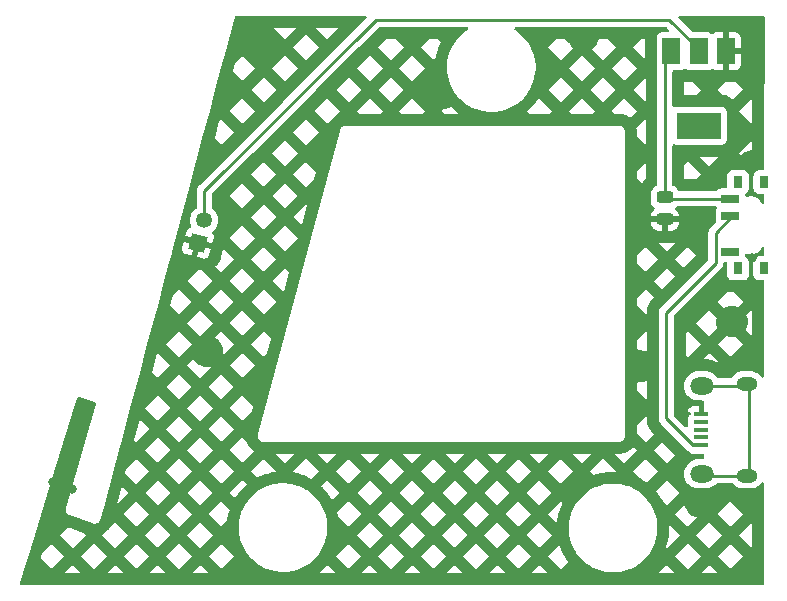
<source format=gbr>
%TF.GenerationSoftware,KiCad,Pcbnew,(6.0.1)*%
%TF.CreationDate,2022-06-05T00:17:45-05:00*%
%TF.ProjectId,Pivot_stand,5069766f-745f-4737-9461-6e642e6b6963,rev?*%
%TF.SameCoordinates,Original*%
%TF.FileFunction,Copper,L1,Top*%
%TF.FilePolarity,Positive*%
%FSLAX46Y46*%
G04 Gerber Fmt 4.6, Leading zero omitted, Abs format (unit mm)*
G04 Created by KiCad (PCBNEW (6.0.1)) date 2022-06-05 00:17:45*
%MOMM*%
%LPD*%
G01*
G04 APERTURE LIST*
G04 Aperture macros list*
%AMRoundRect*
0 Rectangle with rounded corners*
0 $1 Rounding radius*
0 $2 $3 $4 $5 $6 $7 $8 $9 X,Y pos of 4 corners*
0 Add a 4 corners polygon primitive as box body*
4,1,4,$2,$3,$4,$5,$6,$7,$8,$9,$2,$3,0*
0 Add four circle primitives for the rounded corners*
1,1,$1+$1,$2,$3*
1,1,$1+$1,$4,$5*
1,1,$1+$1,$6,$7*
1,1,$1+$1,$8,$9*
0 Add four rect primitives between the rounded corners*
20,1,$1+$1,$2,$3,$4,$5,0*
20,1,$1+$1,$4,$5,$6,$7,0*
20,1,$1+$1,$6,$7,$8,$9,0*
20,1,$1+$1,$8,$9,$2,$3,0*%
%AMHorizOval*
0 Thick line with rounded ends*
0 $1 width*
0 $2 $3 position (X,Y) of the first rounded end (center of the circle)*
0 $4 $5 position (X,Y) of the second rounded end (center of the circle)*
0 Add line between two ends*
20,1,$1,$2,$3,$4,$5,0*
0 Add two circle primitives to create the rounded ends*
1,1,$1,$2,$3*
1,1,$1,$4,$5*%
%AMRotRect*
0 Rectangle, with rotation*
0 The origin of the aperture is its center*
0 $1 length*
0 $2 width*
0 $3 Rotation angle, in degrees counterclockwise*
0 Add horizontal line*
21,1,$1,$2,0,0,$3*%
G04 Aperture macros list end*
%TA.AperFunction,SMDPad,CuDef*%
%ADD10R,0.800000X1.000000*%
%TD*%
%TA.AperFunction,SMDPad,CuDef*%
%ADD11R,1.500000X0.700000*%
%TD*%
%TA.AperFunction,SMDPad,CuDef*%
%ADD12RoundRect,0.243750X-0.456250X0.243750X-0.456250X-0.243750X0.456250X-0.243750X0.456250X0.243750X0*%
%TD*%
%TA.AperFunction,SMDPad,CuDef*%
%ADD13R,1.300000X0.440000*%
%TD*%
%TA.AperFunction,ComponentPad*%
%ADD14O,1.800000X1.150000*%
%TD*%
%TA.AperFunction,ComponentPad*%
%ADD15O,2.000000X1.450000*%
%TD*%
%TA.AperFunction,SMDPad,CuDef*%
%ADD16R,1.500000X2.200000*%
%TD*%
%TA.AperFunction,SMDPad,CuDef*%
%ADD17R,3.800000X2.200000*%
%TD*%
%TA.AperFunction,ComponentPad*%
%ADD18RotRect,1.350000X1.350000X165.000000*%
%TD*%
%TA.AperFunction,ComponentPad*%
%ADD19HorizOval,1.350000X0.000000X0.000000X0.000000X0.000000X0*%
%TD*%
%TA.AperFunction,ViaPad*%
%ADD20C,0.800000*%
%TD*%
%TA.AperFunction,Conductor*%
%ADD21C,0.250000*%
%TD*%
G04 APERTURE END LIST*
D10*
%TO.P,I/O,*%
%TO.N,*%
X173116000Y-114663200D03*
X175326000Y-121963200D03*
X175326000Y-114663200D03*
X173116000Y-121963200D03*
D11*
%TO.P,I/O,1,A*%
%TO.N,unconnected-(I/O1-Pad1)*%
X172466000Y-120563200D03*
%TO.P,I/O,2,B*%
%TO.N,Net-(I/O1-Pad2)*%
X172466000Y-117563200D03*
%TO.P,I/O,3,C*%
%TO.N,Net-(C1-Pad1)*%
X172466000Y-116063200D03*
%TD*%
D12*
%TO.P,C1,1*%
%TO.N,Net-(C1-Pad1)*%
X166928800Y-115953300D03*
%TO.P,C1,2*%
%TO.N,GND*%
X166928800Y-117828300D03*
%TD*%
D13*
%TO.P,J1,1,VBUS*%
%TO.N,Net-(I/O1-Pad2)*%
X170014200Y-136936000D03*
%TO.P,J1,2,D-*%
%TO.N,unconnected-(J1-Pad2)*%
X170014200Y-136286000D03*
%TO.P,J1,3,D+*%
%TO.N,unconnected-(J1-Pad3)*%
X170014200Y-135636000D03*
%TO.P,J1,4,ID*%
%TO.N,unconnected-(J1-Pad4)*%
X170014200Y-134986000D03*
%TO.P,J1,5,GND*%
%TO.N,GND*%
X170014200Y-134336000D03*
D14*
%TO.P,J1,6,Shield*%
%TO.N,unconnected-(J1-Pad6)*%
X173864200Y-131761000D03*
D15*
X170064200Y-139361000D03*
X170064200Y-131911000D03*
D14*
X173864200Y-139511000D03*
%TD*%
D16*
%TO.P,U1,1,GND*%
%TO.N,GND*%
X172073600Y-103580800D03*
%TO.P,U1,2,VO*%
%TO.N,+3V3*%
X169773600Y-103580800D03*
%TO.P,U1,3,VI*%
%TO.N,Net-(C1-Pad1)*%
X167473600Y-103580800D03*
D17*
%TO.P,U1,4*%
%TO.N,N/C*%
X169773600Y-109880800D03*
%TD*%
D18*
%TO.P,J2,1,Pin_1*%
%TO.N,GND*%
X127400000Y-119800000D03*
D19*
%TO.P,J2,2,Pin_2*%
%TO.N,+3V3*%
X127917638Y-117868148D03*
%TD*%
D20*
%TO.N,GND*%
X115900200Y-140360400D03*
X116713000Y-140665200D03*
X115087400Y-140081000D03*
X169926000Y-141732000D03*
X174421800Y-113258600D03*
X133197600Y-102920800D03*
X174294800Y-121056400D03*
X164896800Y-130251200D03*
X172593000Y-126466600D03*
X160020000Y-102260400D03*
X174752000Y-101498400D03*
X147929600Y-107188000D03*
X128168400Y-128981200D03*
%TD*%
D21*
%TO.N,Net-(I/O1-Pad2)*%
X171246800Y-121506800D02*
X171246800Y-118960200D01*
X167030400Y-134675822D02*
X167030400Y-125723200D01*
X169290578Y-136936000D02*
X167030400Y-134675822D01*
X167030400Y-125723200D02*
X171246800Y-121506800D01*
X170159600Y-136936000D02*
X169290578Y-136936000D01*
X171246800Y-118960200D02*
X172643800Y-117563200D01*
%TO.N,+3V3*%
X167306022Y-100914200D02*
X169773600Y-103381778D01*
X142428500Y-100914200D02*
X167306022Y-100914200D01*
X127917638Y-115425062D02*
X142428500Y-100914200D01*
X127917638Y-117868148D02*
X127917638Y-115425062D01*
X169773600Y-103381778D02*
X169773600Y-103580800D01*
%TO.N,Net-(C1-Pad1)*%
X166928800Y-115953300D02*
X166928800Y-104125600D01*
X172643800Y-116063200D02*
X167038700Y-116063200D01*
X167038700Y-116063200D02*
X166928800Y-115953300D01*
X166928800Y-104125600D02*
X167473600Y-103580800D01*
%TO.N,unconnected-(J1-Pad6)*%
X174009600Y-139511000D02*
X170359600Y-139511000D01*
X173859600Y-131911000D02*
X174009600Y-131761000D01*
X174009600Y-131761000D02*
X174009600Y-139511000D01*
X170209600Y-131911000D02*
X173859600Y-131911000D01*
X170359600Y-139511000D02*
X170209600Y-139361000D01*
%TD*%
%TA.AperFunction,Conductor*%
%TO.N,GND*%
G36*
X141626727Y-100604002D02*
G01*
X141673220Y-100657658D01*
X141683324Y-100727932D01*
X141653830Y-100792512D01*
X141647701Y-100799095D01*
X134552993Y-107893802D01*
X127525385Y-114921410D01*
X127517099Y-114928950D01*
X127510620Y-114933062D01*
X127505195Y-114938839D01*
X127463995Y-114982713D01*
X127461240Y-114985555D01*
X127441503Y-115005292D01*
X127439023Y-115008489D01*
X127431320Y-115017509D01*
X127401052Y-115049741D01*
X127397233Y-115056687D01*
X127397231Y-115056690D01*
X127391290Y-115067496D01*
X127380439Y-115084015D01*
X127368024Y-115100021D01*
X127364879Y-115107290D01*
X127364876Y-115107294D01*
X127350464Y-115140599D01*
X127345247Y-115151249D01*
X127323943Y-115190002D01*
X127321972Y-115197677D01*
X127321972Y-115197678D01*
X127318905Y-115209624D01*
X127312501Y-115228328D01*
X127304457Y-115246917D01*
X127303218Y-115254740D01*
X127303215Y-115254750D01*
X127297539Y-115290586D01*
X127295133Y-115302206D01*
X127284138Y-115345032D01*
X127284138Y-115365286D01*
X127282587Y-115384996D01*
X127279418Y-115405005D01*
X127280164Y-115412897D01*
X127283579Y-115449023D01*
X127284138Y-115460881D01*
X127284138Y-116796180D01*
X127264136Y-116864301D01*
X127227949Y-116899258D01*
X127228652Y-116900226D01*
X127223980Y-116903620D01*
X127219014Y-116906575D01*
X127055480Y-117049990D01*
X127051908Y-117054521D01*
X126928117Y-117211549D01*
X126920819Y-117220806D01*
X126819543Y-117413302D01*
X126812299Y-117436630D01*
X126758571Y-117609663D01*
X126755041Y-117621030D01*
X126729475Y-117837035D01*
X126743701Y-118054081D01*
X126745122Y-118059677D01*
X126745123Y-118059682D01*
X126795822Y-118259306D01*
X126797243Y-118264901D01*
X126799660Y-118270144D01*
X126823981Y-118322901D01*
X126834336Y-118393139D01*
X126805073Y-118457824D01*
X126756449Y-118492600D01*
X126674423Y-118525491D01*
X126659033Y-118534376D01*
X126558722Y-118613172D01*
X126546438Y-118626027D01*
X126471647Y-118730684D01*
X126464197Y-118744478D01*
X126445691Y-118792190D01*
X126443578Y-118798656D01*
X126327738Y-119230975D01*
X126328116Y-119246851D01*
X126329149Y-119248377D01*
X126336134Y-119251978D01*
X127711085Y-119620395D01*
X128590932Y-119856150D01*
X128606808Y-119855772D01*
X128608334Y-119854739D01*
X128611935Y-119847754D01*
X128728955Y-119411027D01*
X128730075Y-119405715D01*
X130079250Y-119405715D01*
X131158296Y-120484760D01*
X132237342Y-119405715D01*
X133671353Y-119405715D01*
X134750398Y-120484760D01*
X135829444Y-119405715D01*
X134750398Y-118326669D01*
X133671353Y-119405715D01*
X132237342Y-119405715D01*
X131158296Y-118326669D01*
X130079250Y-119405715D01*
X128730075Y-119405715D01*
X128730361Y-119404358D01*
X128738190Y-119353792D01*
X128738635Y-119338122D01*
X128726193Y-119210089D01*
X128721983Y-119192817D01*
X128674509Y-119074423D01*
X128665624Y-119059032D01*
X128611350Y-118989940D01*
X128584999Y-118924014D01*
X128598473Y-118854308D01*
X128629866Y-118815232D01*
X128753646Y-118712285D01*
X128758084Y-118708594D01*
X128897170Y-118541361D01*
X128977374Y-118398146D01*
X129000627Y-118356626D01*
X129000628Y-118356624D01*
X129003451Y-118351583D01*
X129005307Y-118346116D01*
X129005309Y-118346111D01*
X129071512Y-118151083D01*
X129071513Y-118151078D01*
X129073368Y-118145614D01*
X129104579Y-117930353D01*
X129106208Y-117868148D01*
X129086305Y-117651548D01*
X129080841Y-117632172D01*
X129074493Y-117609663D01*
X131875301Y-117609663D01*
X132954347Y-118688709D01*
X134033393Y-117609663D01*
X135467404Y-117609663D01*
X136182165Y-118324424D01*
X136641262Y-116625430D01*
X136546450Y-116530618D01*
X135467404Y-117609663D01*
X134033393Y-117609663D01*
X132954347Y-116530618D01*
X131875301Y-117609663D01*
X129074493Y-117609663D01*
X129028833Y-117447767D01*
X129027264Y-117442203D01*
X128931061Y-117247122D01*
X128904498Y-117211549D01*
X128804371Y-117077463D01*
X128804370Y-117077462D01*
X128800918Y-117072839D01*
X128772084Y-117046185D01*
X128645434Y-116929111D01*
X128645431Y-116929109D01*
X128641194Y-116925192D01*
X128609903Y-116905449D01*
X128562965Y-116852183D01*
X128551138Y-116798887D01*
X128551138Y-115813612D01*
X130079250Y-115813612D01*
X131158296Y-116892658D01*
X132237342Y-115813612D01*
X133671353Y-115813612D01*
X134750398Y-116892658D01*
X135829444Y-115813612D01*
X134750398Y-114734566D01*
X133671353Y-115813612D01*
X132237342Y-115813612D01*
X131158296Y-114734566D01*
X130079250Y-115813612D01*
X128551138Y-115813612D01*
X128551138Y-115739656D01*
X128571140Y-115671535D01*
X128588043Y-115650561D01*
X130221043Y-114017561D01*
X131875301Y-114017561D01*
X132954347Y-115096607D01*
X134033393Y-114017561D01*
X135467404Y-114017561D01*
X136546450Y-115096607D01*
X137242446Y-114400611D01*
X137405421Y-113797486D01*
X136546450Y-112938515D01*
X135467404Y-114017561D01*
X134033393Y-114017561D01*
X132954347Y-112938515D01*
X131875301Y-114017561D01*
X130221043Y-114017561D01*
X132017094Y-112221510D01*
X133671353Y-112221510D01*
X134750398Y-113300556D01*
X135829444Y-112221510D01*
X134750398Y-111142464D01*
X133671353Y-112221510D01*
X132017094Y-112221510D01*
X133813146Y-110425458D01*
X135467404Y-110425458D01*
X136546450Y-111504504D01*
X137625496Y-110425458D01*
X136546450Y-109346413D01*
X135467404Y-110425458D01*
X133813146Y-110425458D01*
X135609197Y-108629407D01*
X137263455Y-108629407D01*
X138342501Y-109708453D01*
X139421547Y-108629407D01*
X140855557Y-108629407D01*
X141092550Y-108866400D01*
X142776656Y-108866400D01*
X143013649Y-108629407D01*
X144447660Y-108629407D01*
X144684653Y-108866400D01*
X146368759Y-108866400D01*
X146605752Y-108629407D01*
X148039762Y-108629407D01*
X148276755Y-108866400D01*
X149504239Y-108866400D01*
X149301380Y-108721969D01*
X149298766Y-108720058D01*
X149267438Y-108696517D01*
X149264872Y-108694536D01*
X149254708Y-108686481D01*
X149252189Y-108684431D01*
X149222052Y-108659256D01*
X149219587Y-108657143D01*
X148929410Y-108401768D01*
X148927004Y-108399594D01*
X148898229Y-108372925D01*
X148895877Y-108370689D01*
X148886595Y-108361631D01*
X148884303Y-108359335D01*
X148856945Y-108331226D01*
X148854714Y-108328874D01*
X148770333Y-108237592D01*
X148612194Y-108348323D01*
X148593172Y-108359305D01*
X148400334Y-108449226D01*
X148379697Y-108456738D01*
X148174175Y-108511808D01*
X148153763Y-108515406D01*
X148039762Y-108629407D01*
X146605752Y-108629407D01*
X145526706Y-107550361D01*
X144447660Y-108629407D01*
X143013649Y-108629407D01*
X141934603Y-107550361D01*
X140855557Y-108629407D01*
X139421547Y-108629407D01*
X138342501Y-107550361D01*
X137263455Y-108629407D01*
X135609197Y-108629407D01*
X137405248Y-106833356D01*
X139059506Y-106833356D01*
X140138552Y-107912402D01*
X141217598Y-106833356D01*
X142651609Y-106833356D01*
X143730655Y-107912402D01*
X144809700Y-106833356D01*
X143730655Y-105754310D01*
X142651609Y-106833356D01*
X141217598Y-106833356D01*
X140138552Y-105754310D01*
X139059506Y-106833356D01*
X137405248Y-106833356D01*
X139201299Y-105037305D01*
X140855557Y-105037305D01*
X141934603Y-106116351D01*
X143013649Y-105037305D01*
X144447660Y-105037305D01*
X145526706Y-106116351D01*
X146605752Y-105037305D01*
X145526706Y-103958259D01*
X144447660Y-105037305D01*
X143013649Y-105037305D01*
X141934603Y-103958259D01*
X140855557Y-105037305D01*
X139201299Y-105037305D01*
X140997351Y-103241254D01*
X142651609Y-103241254D01*
X143730655Y-104320299D01*
X144809700Y-103241254D01*
X146243711Y-103241254D01*
X147322757Y-104320299D01*
X147532758Y-104110298D01*
X147569946Y-103906678D01*
X147570571Y-103903492D01*
X147578617Y-103865066D01*
X147579323Y-103861898D01*
X147582307Y-103849277D01*
X147583093Y-103846133D01*
X147593090Y-103808231D01*
X147593957Y-103805108D01*
X147702124Y-103434003D01*
X147703070Y-103430904D01*
X147715009Y-103393547D01*
X147716037Y-103390469D01*
X147720302Y-103378221D01*
X147721409Y-103375168D01*
X147735264Y-103338455D01*
X147736448Y-103335437D01*
X147882189Y-102977417D01*
X147883449Y-102974431D01*
X147899163Y-102938504D01*
X147900501Y-102935549D01*
X147906002Y-102923805D01*
X147907416Y-102920885D01*
X147924972Y-102885787D01*
X147926461Y-102882904D01*
X147967129Y-102806580D01*
X147722249Y-102561700D01*
X146923265Y-102561700D01*
X146243711Y-103241254D01*
X144809700Y-103241254D01*
X144130146Y-102561700D01*
X143331163Y-102561700D01*
X142651609Y-103241254D01*
X140997351Y-103241254D01*
X142654000Y-101584605D01*
X142716312Y-101550579D01*
X142743095Y-101547700D01*
X150154596Y-101547700D01*
X150222717Y-101567702D01*
X150269210Y-101621358D01*
X150279314Y-101691632D01*
X150249820Y-101756212D01*
X150222203Y-101780026D01*
X150046722Y-101891605D01*
X149743578Y-102131443D01*
X149466693Y-102401172D01*
X149219001Y-102697934D01*
X149217196Y-102700615D01*
X149217190Y-102700623D01*
X149032852Y-102974431D01*
X149003126Y-103018585D01*
X148821355Y-103359728D01*
X148820132Y-103362733D01*
X148820128Y-103362741D01*
X148676838Y-103714741D01*
X148675614Y-103717748D01*
X148674706Y-103720863D01*
X148674705Y-103720866D01*
X148568354Y-104085741D01*
X148567447Y-104088853D01*
X148498000Y-104469111D01*
X148497748Y-104472346D01*
X148497748Y-104472348D01*
X148473552Y-104783260D01*
X148468008Y-104854493D01*
X148477789Y-105240917D01*
X148478204Y-105244132D01*
X148478204Y-105244136D01*
X148503016Y-105436489D01*
X148527240Y-105624288D01*
X148615837Y-106000545D01*
X148742641Y-106365702D01*
X148744014Y-106368639D01*
X148904932Y-106712946D01*
X148904937Y-106712955D01*
X148906309Y-106715891D01*
X149105106Y-107047400D01*
X149336927Y-107356719D01*
X149599316Y-107640569D01*
X149889493Y-107895944D01*
X149892135Y-107897825D01*
X149892140Y-107897829D01*
X150052470Y-108011980D01*
X150204383Y-108120139D01*
X150207199Y-108121736D01*
X150207203Y-108121738D01*
X150320679Y-108186070D01*
X150540650Y-108310777D01*
X150543614Y-108312075D01*
X150543618Y-108312077D01*
X150626385Y-108348323D01*
X150894733Y-108465840D01*
X151262879Y-108583685D01*
X151452034Y-108623374D01*
X151638008Y-108662396D01*
X151638012Y-108662397D01*
X151641188Y-108663063D01*
X152025653Y-108703132D01*
X152028079Y-108703196D01*
X152028086Y-108703196D01*
X152029677Y-108703237D01*
X152032068Y-108703300D01*
X152318820Y-108703300D01*
X152320429Y-108703217D01*
X152320432Y-108703217D01*
X152378010Y-108700250D01*
X152608235Y-108688386D01*
X152901570Y-108642713D01*
X155237273Y-108642713D01*
X155460960Y-108866400D01*
X157145066Y-108866400D01*
X157382059Y-108629407D01*
X158816070Y-108629407D01*
X159053063Y-108866400D01*
X160737168Y-108866400D01*
X160974161Y-108629407D01*
X162408172Y-108629407D01*
X162645165Y-108866400D01*
X162941810Y-108866400D01*
X162944791Y-108866206D01*
X162953743Y-108865942D01*
X163028708Y-108866400D01*
X163056777Y-108866400D01*
X163061643Y-108866494D01*
X163064945Y-108866622D01*
X163099249Y-108866831D01*
X163108202Y-108867205D01*
X163216191Y-108875562D01*
X163225095Y-108876570D01*
X163260428Y-108881851D01*
X163269237Y-108883490D01*
X163327587Y-108896507D01*
X163332037Y-108897363D01*
X163353510Y-108902290D01*
X163374943Y-108907072D01*
X163379313Y-108908212D01*
X163437600Y-108921587D01*
X163446256Y-108923900D01*
X163480421Y-108934345D01*
X163488891Y-108937268D01*
X163560732Y-108964953D01*
X163632792Y-108992219D01*
X163641052Y-108995685D01*
X163673480Y-109010669D01*
X163681474Y-109014714D01*
X163733824Y-109043583D01*
X163737878Y-109045665D01*
X163757053Y-109056392D01*
X163776312Y-109067013D01*
X163780228Y-109069358D01*
X163832394Y-109098542D01*
X163840054Y-109103192D01*
X163869912Y-109122805D01*
X163877220Y-109127987D01*
X163938280Y-109174629D01*
X163985458Y-109210213D01*
X164566264Y-108629407D01*
X163487218Y-107550361D01*
X162408172Y-108629407D01*
X160974161Y-108629407D01*
X159895116Y-107550361D01*
X158816070Y-108629407D01*
X157382059Y-108629407D01*
X156303013Y-107550361D01*
X156033625Y-107819749D01*
X156032245Y-107821587D01*
X156030264Y-107824156D01*
X156005917Y-107854901D01*
X156003871Y-107857416D01*
X155756179Y-108154178D01*
X155754071Y-108156639D01*
X155728194Y-108186070D01*
X155726023Y-108188476D01*
X155717212Y-108197992D01*
X155714976Y-108200346D01*
X155687563Y-108228463D01*
X155685267Y-108230758D01*
X155408382Y-108500487D01*
X155406029Y-108502721D01*
X155377224Y-108529371D01*
X155374813Y-108531544D01*
X155365069Y-108540104D01*
X155362608Y-108542211D01*
X155332490Y-108567327D01*
X155329971Y-108569373D01*
X155237273Y-108642713D01*
X152901570Y-108642713D01*
X152986971Y-108629416D01*
X152986975Y-108629415D01*
X152990181Y-108628916D01*
X153363990Y-108530500D01*
X153367015Y-108529360D01*
X153722665Y-108395326D01*
X153722672Y-108395323D01*
X153725702Y-108394181D01*
X154071486Y-108221403D01*
X154397678Y-108013995D01*
X154700822Y-107774157D01*
X154977707Y-107504428D01*
X155225399Y-107207666D01*
X155227204Y-107204985D01*
X155227210Y-107204977D01*
X155439464Y-106889704D01*
X155439467Y-106889699D01*
X155441274Y-106887015D01*
X155469865Y-106833356D01*
X157020018Y-106833356D01*
X158099064Y-107912402D01*
X159178110Y-106833356D01*
X160612121Y-106833356D01*
X161691167Y-107912402D01*
X162770213Y-106833356D01*
X164204223Y-106833356D01*
X165281300Y-107910433D01*
X165281300Y-105756279D01*
X164204223Y-106833356D01*
X162770213Y-106833356D01*
X161691167Y-105754310D01*
X160612121Y-106833356D01*
X159178110Y-106833356D01*
X158099064Y-105754310D01*
X157020018Y-106833356D01*
X155469865Y-106833356D01*
X155623045Y-106545872D01*
X155697634Y-106362642D01*
X155767562Y-106190859D01*
X155767562Y-106190858D01*
X155768786Y-106187852D01*
X155773026Y-106173307D01*
X155876046Y-105819859D01*
X155876046Y-105819858D01*
X155876953Y-105816747D01*
X155946400Y-105436489D01*
X155946652Y-105433252D01*
X155976140Y-105054348D01*
X155976140Y-105054344D01*
X155976392Y-105051107D01*
X155976043Y-105037305D01*
X158816070Y-105037305D01*
X159895116Y-106116351D01*
X160974161Y-105037305D01*
X162408172Y-105037305D01*
X163487218Y-106116351D01*
X164566264Y-105037305D01*
X163487218Y-103958259D01*
X162408172Y-105037305D01*
X160974161Y-105037305D01*
X159895116Y-103958259D01*
X158816070Y-105037305D01*
X155976043Y-105037305D01*
X155973045Y-104918854D01*
X155966693Y-104667928D01*
X155966611Y-104664683D01*
X155941802Y-104472348D01*
X155917574Y-104284518D01*
X155917572Y-104284509D01*
X155917160Y-104281312D01*
X155876892Y-104110298D01*
X155829308Y-103908218D01*
X155829307Y-103908214D01*
X155828563Y-103905055D01*
X155701759Y-103539898D01*
X155616212Y-103356859D01*
X155562182Y-103241254D01*
X157020018Y-103241254D01*
X158099064Y-104320299D01*
X159035292Y-103384071D01*
X160754938Y-103384071D01*
X161691167Y-104320299D01*
X162770213Y-103241254D01*
X164204223Y-103241254D01*
X165201100Y-104238130D01*
X165201100Y-102561700D01*
X164883777Y-102561700D01*
X164204223Y-103241254D01*
X162770213Y-103241254D01*
X162090659Y-102561700D01*
X161328608Y-102561700D01*
X161288738Y-102710497D01*
X161281226Y-102731135D01*
X161191305Y-102923972D01*
X161180323Y-102942993D01*
X161058281Y-103117286D01*
X161044163Y-103134110D01*
X160893710Y-103284563D01*
X160876886Y-103298681D01*
X160754938Y-103384071D01*
X159035292Y-103384071D01*
X159140545Y-103278818D01*
X158995837Y-103134110D01*
X158981719Y-103117286D01*
X158859677Y-102942993D01*
X158848695Y-102923971D01*
X158838095Y-102901239D01*
X158498556Y-102561700D01*
X157699572Y-102561700D01*
X157020018Y-103241254D01*
X155562182Y-103241254D01*
X155539468Y-103192654D01*
X155539463Y-103192645D01*
X155538091Y-103189709D01*
X155376885Y-102920885D01*
X155340965Y-102860986D01*
X155340962Y-102860982D01*
X155339294Y-102858200D01*
X155107473Y-102548881D01*
X154996905Y-102429269D01*
X154847285Y-102267412D01*
X154845084Y-102265031D01*
X154578234Y-102030185D01*
X154557341Y-102011798D01*
X154557340Y-102011797D01*
X154554907Y-102009656D01*
X154552265Y-102007775D01*
X154552260Y-102007771D01*
X154242663Y-101787345D01*
X154240017Y-101785461D01*
X154237198Y-101783863D01*
X154237192Y-101783859D01*
X154236220Y-101783308D01*
X154236048Y-101783130D01*
X154234453Y-101782114D01*
X154234695Y-101781734D01*
X154186827Y-101732309D01*
X154172847Y-101662703D01*
X154198718Y-101596588D01*
X154256227Y-101554955D01*
X154298366Y-101547700D01*
X166991428Y-101547700D01*
X167059549Y-101567702D01*
X167080523Y-101584605D01*
X167253123Y-101757205D01*
X167287149Y-101819517D01*
X167282084Y-101890332D01*
X167239537Y-101947168D01*
X167173017Y-101971979D01*
X167164028Y-101972300D01*
X166675466Y-101972300D01*
X166613284Y-101979055D01*
X166476895Y-102030185D01*
X166360339Y-102117539D01*
X166272985Y-102234095D01*
X166221855Y-102370484D01*
X166215100Y-102432666D01*
X166215100Y-104728934D01*
X166221855Y-104791116D01*
X166272985Y-104927505D01*
X166278367Y-104934687D01*
X166279819Y-104937338D01*
X166295300Y-104997848D01*
X166295300Y-114884856D01*
X166275298Y-114952977D01*
X166221642Y-114999470D01*
X166209177Y-115004379D01*
X166158227Y-115021378D01*
X166158225Y-115021379D01*
X166151274Y-115023698D01*
X166002111Y-115116003D01*
X165878183Y-115240147D01*
X165786139Y-115389471D01*
X165783834Y-115396419D01*
X165783834Y-115396420D01*
X165743083Y-115519281D01*
X165730915Y-115555965D01*
X165720300Y-115659569D01*
X165720301Y-116247030D01*
X165731184Y-116351929D01*
X165733363Y-116358460D01*
X165733364Y-116358465D01*
X165749139Y-116405747D01*
X165786698Y-116518326D01*
X165879003Y-116667489D01*
X166003147Y-116791417D01*
X166006387Y-116793414D01*
X166046614Y-116850152D01*
X166049847Y-116921075D01*
X166014222Y-116982487D01*
X166005722Y-116989866D01*
X165997248Y-116996582D01*
X165883749Y-117110279D01*
X165874737Y-117121690D01*
X165790435Y-117258454D01*
X165784291Y-117271632D01*
X165733573Y-117424540D01*
X165730707Y-117437906D01*
X165721128Y-117531401D01*
X165720800Y-117537816D01*
X165720800Y-117556185D01*
X165725275Y-117571424D01*
X165726665Y-117572629D01*
X165734348Y-117574300D01*
X168118684Y-117574300D01*
X168133923Y-117569825D01*
X168135128Y-117568435D01*
X168136799Y-117560752D01*
X168136799Y-117537867D01*
X168136462Y-117531348D01*
X168126634Y-117436630D01*
X168123742Y-117423236D01*
X168072764Y-117270435D01*
X168066590Y-117257257D01*
X167982056Y-117120651D01*
X167973020Y-117109250D01*
X167859321Y-116995749D01*
X167852049Y-116990006D01*
X167810986Y-116932089D01*
X167807754Y-116861166D01*
X167843379Y-116799754D01*
X167850054Y-116793960D01*
X167855489Y-116790597D01*
X167912305Y-116733682D01*
X167974588Y-116699603D01*
X168001478Y-116696700D01*
X171215695Y-116696700D01*
X171283816Y-116716702D01*
X171330309Y-116770358D01*
X171340413Y-116840632D01*
X171316521Y-116898264D01*
X171265385Y-116966495D01*
X171214255Y-117102884D01*
X171207500Y-117165066D01*
X171207500Y-117961334D01*
X171207869Y-117964731D01*
X171214255Y-118023516D01*
X171212343Y-118023724D01*
X171209176Y-118084366D01*
X171179391Y-118131704D01*
X170854547Y-118456548D01*
X170846261Y-118464088D01*
X170839782Y-118468200D01*
X170834357Y-118473977D01*
X170793157Y-118517851D01*
X170790402Y-118520693D01*
X170770665Y-118540430D01*
X170768185Y-118543627D01*
X170760482Y-118552647D01*
X170730214Y-118584879D01*
X170726395Y-118591825D01*
X170726393Y-118591828D01*
X170720452Y-118602634D01*
X170709601Y-118619153D01*
X170697186Y-118635159D01*
X170694041Y-118642428D01*
X170694038Y-118642432D01*
X170679626Y-118675737D01*
X170674409Y-118686387D01*
X170653105Y-118725140D01*
X170651134Y-118732815D01*
X170651134Y-118732816D01*
X170648067Y-118744762D01*
X170641663Y-118763466D01*
X170633619Y-118782055D01*
X170632380Y-118789878D01*
X170632377Y-118789888D01*
X170626701Y-118825724D01*
X170624295Y-118837344D01*
X170619756Y-118855023D01*
X170613300Y-118880170D01*
X170613300Y-118900424D01*
X170611749Y-118920134D01*
X170608580Y-118940143D01*
X170609326Y-118948035D01*
X170612741Y-118984161D01*
X170613300Y-118996019D01*
X170613300Y-121192206D01*
X170593298Y-121260327D01*
X170576395Y-121281301D01*
X166638147Y-125219548D01*
X166629861Y-125227088D01*
X166623382Y-125231200D01*
X166617957Y-125236977D01*
X166576757Y-125280851D01*
X166574002Y-125283693D01*
X166554265Y-125303430D01*
X166551785Y-125306627D01*
X166544082Y-125315647D01*
X166513814Y-125347879D01*
X166509995Y-125354825D01*
X166509993Y-125354828D01*
X166504052Y-125365634D01*
X166493201Y-125382153D01*
X166480786Y-125398159D01*
X166477641Y-125405428D01*
X166477638Y-125405432D01*
X166463226Y-125438737D01*
X166458009Y-125449387D01*
X166436705Y-125488140D01*
X166434734Y-125495815D01*
X166434734Y-125495816D01*
X166431667Y-125507762D01*
X166425263Y-125526466D01*
X166417219Y-125545055D01*
X166415980Y-125552878D01*
X166415977Y-125552888D01*
X166410301Y-125588724D01*
X166407895Y-125600344D01*
X166396900Y-125643170D01*
X166396900Y-125663424D01*
X166395349Y-125683134D01*
X166392180Y-125703143D01*
X166392926Y-125711035D01*
X166396341Y-125747161D01*
X166396900Y-125759019D01*
X166396900Y-134597055D01*
X166396373Y-134608238D01*
X166394698Y-134615731D01*
X166394947Y-134623657D01*
X166394947Y-134623658D01*
X166396838Y-134683808D01*
X166396900Y-134687767D01*
X166396900Y-134715678D01*
X166397397Y-134719612D01*
X166397397Y-134719613D01*
X166397405Y-134719678D01*
X166398338Y-134731515D01*
X166399727Y-134775711D01*
X166405378Y-134795161D01*
X166409387Y-134814522D01*
X166411926Y-134834619D01*
X166414845Y-134841990D01*
X166414845Y-134841992D01*
X166428204Y-134875734D01*
X166432049Y-134886964D01*
X166444382Y-134929415D01*
X166448415Y-134936234D01*
X166448417Y-134936239D01*
X166454693Y-134946850D01*
X166463388Y-134964598D01*
X166470848Y-134983439D01*
X166475510Y-134989855D01*
X166475510Y-134989856D01*
X166496836Y-135019209D01*
X166503352Y-135029129D01*
X166525858Y-135067184D01*
X166540179Y-135081505D01*
X166553019Y-135096538D01*
X166564928Y-135112929D01*
X166571034Y-135117980D01*
X166599005Y-135141120D01*
X166607784Y-135149110D01*
X168786921Y-137328247D01*
X168794465Y-137336537D01*
X168798578Y-137343018D01*
X168804355Y-137348443D01*
X168848245Y-137389658D01*
X168851087Y-137392413D01*
X168870808Y-137412134D01*
X168874003Y-137414612D01*
X168883025Y-137422318D01*
X168915257Y-137452586D01*
X168922206Y-137456406D01*
X168933010Y-137462346D01*
X168949534Y-137473199D01*
X168965535Y-137485611D01*
X168965382Y-137485809D01*
X168988450Y-137506489D01*
X168989208Y-137505731D01*
X168995558Y-137512081D01*
X169000939Y-137519261D01*
X169117495Y-137606615D01*
X169253884Y-137657745D01*
X169316066Y-137664500D01*
X170138723Y-137664500D01*
X170206844Y-137684502D01*
X170253337Y-137738158D01*
X170263441Y-137808432D01*
X170258558Y-137829430D01*
X170220658Y-137946072D01*
X170219968Y-137952635D01*
X170219968Y-137952636D01*
X170213448Y-138014671D01*
X170186435Y-138080327D01*
X170128213Y-138120957D01*
X170088138Y-138127500D01*
X169733334Y-138127500D01*
X169730547Y-138127749D01*
X169730541Y-138127749D01*
X169575470Y-138141589D01*
X169575466Y-138141590D01*
X169569883Y-138142088D01*
X169357498Y-138200189D01*
X169352433Y-138202605D01*
X169352430Y-138202606D01*
X169163815Y-138292571D01*
X169163811Y-138292573D01*
X169158759Y-138294983D01*
X169115695Y-138325928D01*
X169007809Y-138403452D01*
X168979948Y-138423472D01*
X168826716Y-138581596D01*
X168823582Y-138586260D01*
X168762312Y-138677439D01*
X168703906Y-138764355D01*
X168615402Y-138965973D01*
X168564000Y-139180078D01*
X168562943Y-139198416D01*
X168551905Y-139389847D01*
X168551325Y-139399902D01*
X168577778Y-139618496D01*
X168642522Y-139828951D01*
X168743512Y-140024614D01*
X168877554Y-140199301D01*
X169040412Y-140347491D01*
X169226939Y-140464499D01*
X169232148Y-140466593D01*
X169232150Y-140466594D01*
X169305984Y-140496275D01*
X169431238Y-140546627D01*
X169436729Y-140547764D01*
X169436732Y-140547765D01*
X169571989Y-140575775D01*
X169646852Y-140591278D01*
X169651465Y-140591544D01*
X169700907Y-140594395D01*
X169700911Y-140594395D01*
X169702730Y-140594500D01*
X170395066Y-140594500D01*
X170397853Y-140594251D01*
X170397859Y-140594251D01*
X170552930Y-140580411D01*
X170552934Y-140580410D01*
X170558517Y-140579912D01*
X170770902Y-140521811D01*
X170775967Y-140519395D01*
X170775970Y-140519394D01*
X170964585Y-140429429D01*
X170964589Y-140429427D01*
X170969641Y-140427017D01*
X171105912Y-140329096D01*
X171143892Y-140301805D01*
X171143894Y-140301803D01*
X171148452Y-140298528D01*
X171260586Y-140182815D01*
X171322355Y-140147815D01*
X171351069Y-140144500D01*
X172595044Y-140144500D01*
X172663165Y-140164502D01*
X172697813Y-140197599D01*
X172711797Y-140217313D01*
X172711801Y-140217318D01*
X172715265Y-140222201D01*
X172719588Y-140226339D01*
X172719592Y-140226344D01*
X172835870Y-140337656D01*
X172864615Y-140365173D01*
X172869654Y-140368427D01*
X172869657Y-140368429D01*
X172964131Y-140429429D01*
X173038306Y-140477323D01*
X173043869Y-140479565D01*
X173043873Y-140479567D01*
X173224501Y-140552362D01*
X173224504Y-140552363D01*
X173230070Y-140554606D01*
X173330761Y-140574269D01*
X173428542Y-140593365D01*
X173428545Y-140593365D01*
X173432988Y-140594233D01*
X173438447Y-140594500D01*
X174240851Y-140594500D01*
X174395017Y-140579791D01*
X174593407Y-140521590D01*
X174634513Y-140500419D01*
X174771882Y-140429670D01*
X174771885Y-140429668D01*
X174777213Y-140426924D01*
X174939801Y-140299209D01*
X174968893Y-140265684D01*
X175055115Y-140166321D01*
X175075306Y-140143053D01*
X175078312Y-140137858D01*
X175081790Y-140132981D01*
X175083144Y-140133947D01*
X175128856Y-140090443D01*
X175198582Y-140077073D01*
X175264468Y-140103522D01*
X175305595Y-140161393D01*
X175312486Y-140202642D01*
X175311451Y-141047613D01*
X175310849Y-141539545D01*
X175310840Y-141539765D01*
X175310800Y-141540023D01*
X175310800Y-141579507D01*
X175310756Y-141615455D01*
X175310792Y-141615711D01*
X175310800Y-141615930D01*
X175310800Y-148667200D01*
X175290798Y-148735321D01*
X175237142Y-148781814D01*
X175184800Y-148793200D01*
X112465214Y-148793200D01*
X112397093Y-148773198D01*
X112350600Y-148719542D01*
X112340496Y-148649268D01*
X112344753Y-148630252D01*
X112605788Y-147779200D01*
X116074174Y-147779200D01*
X117505598Y-147779200D01*
X119666277Y-147779200D01*
X121097700Y-147779200D01*
X123258379Y-147779200D01*
X124689803Y-147779200D01*
X126850482Y-147779200D01*
X128281905Y-147779200D01*
X137626789Y-147779200D01*
X139058213Y-147779200D01*
X141218891Y-147779200D01*
X142650315Y-147779200D01*
X144810994Y-147779200D01*
X146242418Y-147779200D01*
X148403096Y-147779200D01*
X149834520Y-147779200D01*
X151995199Y-147779200D01*
X153426623Y-147779200D01*
X155587301Y-147779200D01*
X157018725Y-147779200D01*
X166363609Y-147779200D01*
X167795032Y-147779200D01*
X169955711Y-147779200D01*
X171387135Y-147779200D01*
X170671423Y-147063488D01*
X169955711Y-147779200D01*
X167795032Y-147779200D01*
X167079320Y-147063488D01*
X166363609Y-147779200D01*
X157018725Y-147779200D01*
X156303013Y-147063488D01*
X155587301Y-147779200D01*
X153426623Y-147779200D01*
X152710911Y-147063488D01*
X151995199Y-147779200D01*
X149834520Y-147779200D01*
X149118808Y-147063488D01*
X148403096Y-147779200D01*
X146242418Y-147779200D01*
X145526706Y-147063488D01*
X144810994Y-147779200D01*
X142650315Y-147779200D01*
X141934603Y-147063488D01*
X141218891Y-147779200D01*
X139058213Y-147779200D01*
X138342501Y-147063488D01*
X137626789Y-147779200D01*
X128281905Y-147779200D01*
X127566194Y-147063488D01*
X126850482Y-147779200D01*
X124689803Y-147779200D01*
X123974091Y-147063488D01*
X123258379Y-147779200D01*
X121097700Y-147779200D01*
X120381989Y-147063488D01*
X119666277Y-147779200D01*
X117505598Y-147779200D01*
X116789886Y-147063488D01*
X116074174Y-147779200D01*
X112605788Y-147779200D01*
X113000383Y-146492703D01*
X114061009Y-146492703D01*
X114993835Y-147425529D01*
X116072881Y-146346483D01*
X117506892Y-146346483D01*
X118585937Y-147425529D01*
X119664983Y-146346483D01*
X121098994Y-146346483D01*
X122178040Y-147425529D01*
X123257086Y-146346483D01*
X124691096Y-146346483D01*
X125770142Y-147425529D01*
X126849188Y-146346483D01*
X128283199Y-146346483D01*
X129362245Y-147425529D01*
X130441291Y-146346483D01*
X129362245Y-145267437D01*
X128283199Y-146346483D01*
X126849188Y-146346483D01*
X125770142Y-145267437D01*
X124691096Y-146346483D01*
X123257086Y-146346483D01*
X122178040Y-145267437D01*
X121098994Y-146346483D01*
X119664983Y-146346483D01*
X118585937Y-145267437D01*
X117506892Y-146346483D01*
X116072881Y-146346483D01*
X114993835Y-145267437D01*
X114190390Y-146070882D01*
X114061009Y-146492703D01*
X113000383Y-146492703D01*
X113596118Y-144550432D01*
X115710840Y-144550432D01*
X116789886Y-145629478D01*
X117868932Y-144550432D01*
X119302943Y-144550432D01*
X120381989Y-145629478D01*
X121461034Y-144550432D01*
X122895045Y-144550432D01*
X123974091Y-145629478D01*
X125053137Y-144550432D01*
X126487148Y-144550432D01*
X127566194Y-145629478D01*
X128645239Y-144550432D01*
X127566194Y-143471386D01*
X126487148Y-144550432D01*
X125053137Y-144550432D01*
X123974091Y-143471386D01*
X122895045Y-144550432D01*
X121461034Y-144550432D01*
X120381989Y-143471386D01*
X119866739Y-143986636D01*
X119859552Y-143996508D01*
X119854026Y-144003558D01*
X119842721Y-144016968D01*
X119832430Y-144031147D01*
X119826913Y-144038206D01*
X119757235Y-144121103D01*
X119751230Y-144127752D01*
X119726360Y-144153395D01*
X119719894Y-144159604D01*
X119698616Y-144178628D01*
X119678708Y-144199098D01*
X119672233Y-144205298D01*
X119645569Y-144229071D01*
X119638674Y-144234792D01*
X119552926Y-144300933D01*
X119551221Y-144302154D01*
X119302943Y-144550432D01*
X117868932Y-144550432D01*
X117667280Y-144348780D01*
X116368061Y-143893211D01*
X115710840Y-144550432D01*
X113596118Y-144550432D01*
X114901501Y-140294498D01*
X117146718Y-132974431D01*
X117152039Y-132960205D01*
X117159173Y-132944159D01*
X117205126Y-132890040D01*
X117273043Y-132869356D01*
X117301645Y-132872352D01*
X117311164Y-132874468D01*
X117322388Y-132877513D01*
X118635618Y-133299860D01*
X118648213Y-133304669D01*
X118663891Y-133311639D01*
X118668241Y-133313573D01*
X118722360Y-133359526D01*
X118743044Y-133427443D01*
X118740048Y-133456045D01*
X118735835Y-133474999D01*
X118733886Y-133482634D01*
X117818687Y-136649221D01*
X116205217Y-142231824D01*
X116202818Y-142239254D01*
X116184720Y-142289875D01*
X116182506Y-142327455D01*
X116181937Y-142337108D01*
X116180939Y-142347154D01*
X116174379Y-142394011D01*
X116175679Y-142402888D01*
X116175688Y-142405918D01*
X116176435Y-142423171D01*
X116176687Y-142426183D01*
X116176159Y-142435139D01*
X116178165Y-142443880D01*
X116178166Y-142443889D01*
X116186742Y-142481250D01*
X116188606Y-142491180D01*
X116195459Y-142537990D01*
X116199200Y-142546149D01*
X116200064Y-142549071D01*
X116205601Y-142565354D01*
X116206702Y-142568210D01*
X116208711Y-142576965D01*
X116231811Y-142618251D01*
X116236382Y-142627251D01*
X116252360Y-142662103D01*
X116252362Y-142662106D01*
X116256103Y-142670266D01*
X116261986Y-142677050D01*
X116263637Y-142679614D01*
X116273523Y-142693690D01*
X116275375Y-142696114D01*
X116279761Y-142703954D01*
X116313527Y-142737105D01*
X116320431Y-142744449D01*
X116351434Y-142780203D01*
X116358984Y-142785063D01*
X116361300Y-142787071D01*
X116374740Y-142797808D01*
X116377192Y-142799611D01*
X116383597Y-142805899D01*
X116425307Y-142828239D01*
X116434009Y-142833359D01*
X116473790Y-142858967D01*
X116482397Y-142861512D01*
X116482400Y-142861513D01*
X116529211Y-142875352D01*
X116535181Y-142877280D01*
X118410618Y-143534900D01*
X118422978Y-143540789D01*
X118423040Y-143540645D01*
X118431277Y-143544224D01*
X118438918Y-143548930D01*
X118447571Y-143551302D01*
X118447573Y-143551303D01*
X118488343Y-143562479D01*
X118496721Y-143565093D01*
X118509727Y-143569653D01*
X118514131Y-143570523D01*
X118522379Y-143572153D01*
X118531265Y-143574246D01*
X118555348Y-143580847D01*
X118579254Y-143587400D01*
X118588230Y-143587248D01*
X118597136Y-143588370D01*
X118597128Y-143588431D01*
X118598560Y-143588559D01*
X118598563Y-143588497D01*
X118607526Y-143588970D01*
X118616333Y-143590710D01*
X118625274Y-143589908D01*
X118625276Y-143589908D01*
X118665894Y-143586264D01*
X118675016Y-143585778D01*
X118707272Y-143585231D01*
X118724749Y-143584935D01*
X118733325Y-143582269D01*
X118742181Y-143580847D01*
X118742191Y-143580909D01*
X118743600Y-143580630D01*
X118743586Y-143580571D01*
X118752324Y-143578509D01*
X118761265Y-143577707D01*
X118797110Y-143563640D01*
X118807578Y-143559532D01*
X118816203Y-143556503D01*
X118855131Y-143544401D01*
X118855132Y-143544401D01*
X118863703Y-143541736D01*
X118871183Y-143536772D01*
X118879291Y-143532918D01*
X118879318Y-143532975D01*
X118880587Y-143532314D01*
X118880556Y-143532260D01*
X118888364Y-143527829D01*
X118896722Y-143524549D01*
X118936077Y-143494103D01*
X118943485Y-143488789D01*
X118984946Y-143461273D01*
X118990732Y-143454410D01*
X118997432Y-143448436D01*
X118997473Y-143448482D01*
X118998512Y-143447486D01*
X118998467Y-143447443D01*
X119004714Y-143441002D01*
X119011815Y-143435508D01*
X119041039Y-143395246D01*
X119046664Y-143388059D01*
X119078735Y-143350014D01*
X119082362Y-143341802D01*
X119087117Y-143334187D01*
X119087169Y-143334219D01*
X119087884Y-143332975D01*
X119087830Y-143332947D01*
X119092020Y-143325007D01*
X119097292Y-143317744D01*
X119114040Y-143270900D01*
X119117426Y-143262415D01*
X119121941Y-143252192D01*
X119121942Y-143252189D01*
X119123907Y-143247740D01*
X119127297Y-143235070D01*
X119130362Y-143225249D01*
X119146280Y-143180725D01*
X119146808Y-143171762D01*
X119147033Y-143170660D01*
X119150846Y-143147063D01*
X119255917Y-142754381D01*
X121098994Y-142754381D01*
X122178040Y-143833426D01*
X123257086Y-142754381D01*
X124691096Y-142754381D01*
X125770142Y-143833426D01*
X126849188Y-142754381D01*
X128283199Y-142754381D01*
X129362245Y-143833426D01*
X129377578Y-143818093D01*
X130840408Y-143818093D01*
X130850189Y-144204517D01*
X130850604Y-144207732D01*
X130850604Y-144207736D01*
X130896362Y-144562473D01*
X130899640Y-144587888D01*
X130900380Y-144591031D01*
X130900381Y-144591036D01*
X130904866Y-144610082D01*
X130988237Y-144964145D01*
X131115041Y-145329302D01*
X131116414Y-145332239D01*
X131277332Y-145676546D01*
X131277337Y-145676555D01*
X131278709Y-145679491D01*
X131477506Y-146011000D01*
X131709327Y-146320319D01*
X131971716Y-146604169D01*
X132261893Y-146859544D01*
X132264535Y-146861425D01*
X132264540Y-146861429D01*
X132424870Y-146975580D01*
X132576783Y-147083739D01*
X132579599Y-147085336D01*
X132579603Y-147085338D01*
X132744917Y-147179058D01*
X132913050Y-147274377D01*
X132916014Y-147275675D01*
X132916018Y-147275677D01*
X132967399Y-147298178D01*
X133267133Y-147429440D01*
X133635279Y-147547285D01*
X133824434Y-147586974D01*
X134010408Y-147625996D01*
X134010412Y-147625997D01*
X134013588Y-147626663D01*
X134398053Y-147666732D01*
X134400479Y-147666796D01*
X134400486Y-147666796D01*
X134402077Y-147666837D01*
X134404468Y-147666900D01*
X134691220Y-147666900D01*
X134692829Y-147666817D01*
X134692832Y-147666817D01*
X134750410Y-147663850D01*
X134980635Y-147651986D01*
X135225274Y-147613895D01*
X135359371Y-147593016D01*
X135359375Y-147593015D01*
X135362581Y-147592516D01*
X135736390Y-147494100D01*
X135837942Y-147455828D01*
X136095065Y-147358926D01*
X136095072Y-147358923D01*
X136098102Y-147357781D01*
X136443886Y-147185003D01*
X136770078Y-146977595D01*
X137073222Y-146737757D01*
X137350107Y-146468028D01*
X137451554Y-146346483D01*
X139059506Y-146346483D01*
X140138552Y-147425529D01*
X141217598Y-146346483D01*
X142651609Y-146346483D01*
X143730655Y-147425529D01*
X144809700Y-146346483D01*
X146243711Y-146346483D01*
X147322757Y-147425529D01*
X148401803Y-146346483D01*
X149835814Y-146346483D01*
X150914859Y-147425529D01*
X151993905Y-146346483D01*
X153427916Y-146346483D01*
X154506962Y-147425529D01*
X155586008Y-146346483D01*
X157020018Y-146346483D01*
X158099064Y-147425529D01*
X158723466Y-146801127D01*
X158606095Y-146644518D01*
X158604183Y-146641898D01*
X158581479Y-146609921D01*
X158579636Y-146607253D01*
X158572402Y-146596488D01*
X158570628Y-146593774D01*
X158549587Y-146560652D01*
X158547882Y-146557889D01*
X158349085Y-146226380D01*
X158347453Y-146223577D01*
X158328149Y-146189422D01*
X158326589Y-146186578D01*
X158320501Y-146175128D01*
X158319015Y-146172244D01*
X158301498Y-146137148D01*
X158300088Y-146134229D01*
X158136420Y-145784040D01*
X158135086Y-145781086D01*
X158119404Y-145745151D01*
X158118145Y-145742163D01*
X158113265Y-145730146D01*
X158112082Y-145727121D01*
X158098256Y-145690386D01*
X158097152Y-145687336D01*
X157989415Y-145377086D01*
X157020018Y-146346483D01*
X155586008Y-146346483D01*
X154506962Y-145267437D01*
X153427916Y-146346483D01*
X151993905Y-146346483D01*
X150914859Y-145267437D01*
X149835814Y-146346483D01*
X148401803Y-146346483D01*
X147322757Y-145267437D01*
X146243711Y-146346483D01*
X144809700Y-146346483D01*
X143730655Y-145267437D01*
X142651609Y-146346483D01*
X141217598Y-146346483D01*
X140138552Y-145267437D01*
X139059506Y-146346483D01*
X137451554Y-146346483D01*
X137597799Y-146171266D01*
X137599604Y-146168585D01*
X137599610Y-146168577D01*
X137811864Y-145853304D01*
X137811867Y-145853299D01*
X137813674Y-145850615D01*
X137995445Y-145509472D01*
X137997620Y-145504131D01*
X138139962Y-145154459D01*
X138139962Y-145154458D01*
X138141186Y-145151452D01*
X138175799Y-145032702D01*
X138248446Y-144783459D01*
X138248446Y-144783458D01*
X138249353Y-144780347D01*
X138291343Y-144550432D01*
X140855557Y-144550432D01*
X141934603Y-145629478D01*
X143013649Y-144550432D01*
X144447660Y-144550432D01*
X145526706Y-145629478D01*
X146605752Y-144550432D01*
X148039762Y-144550432D01*
X149118808Y-145629478D01*
X150197854Y-144550432D01*
X151631865Y-144550432D01*
X152710911Y-145629478D01*
X153789957Y-144550432D01*
X155223967Y-144550432D01*
X156303013Y-145629478D01*
X157382059Y-144550432D01*
X156675120Y-143843493D01*
X158780408Y-143843493D01*
X158790189Y-144229917D01*
X158790604Y-144233132D01*
X158790604Y-144233136D01*
X158838915Y-144607664D01*
X158839640Y-144613288D01*
X158840380Y-144616431D01*
X158840381Y-144616436D01*
X158878977Y-144780347D01*
X158928237Y-144989545D01*
X159055041Y-145354702D01*
X159056414Y-145357639D01*
X159217332Y-145701946D01*
X159217337Y-145701955D01*
X159218709Y-145704891D01*
X159220381Y-145707679D01*
X159400604Y-146008214D01*
X159417506Y-146036400D01*
X159649327Y-146345719D01*
X159911716Y-146629569D01*
X159914150Y-146631711D01*
X160173032Y-146859544D01*
X160201893Y-146884944D01*
X160204535Y-146886825D01*
X160204540Y-146886829D01*
X160334474Y-146979339D01*
X160516783Y-147109139D01*
X160853050Y-147299777D01*
X160856014Y-147301075D01*
X160856018Y-147301077D01*
X160959232Y-147346277D01*
X161207133Y-147454840D01*
X161575279Y-147572685D01*
X161669792Y-147592516D01*
X161950408Y-147651396D01*
X161950412Y-147651397D01*
X161953588Y-147652063D01*
X162338053Y-147692132D01*
X162340479Y-147692196D01*
X162340486Y-147692196D01*
X162342077Y-147692237D01*
X162344468Y-147692300D01*
X162631220Y-147692300D01*
X162632829Y-147692217D01*
X162632832Y-147692217D01*
X162690410Y-147689250D01*
X162920635Y-147677386D01*
X163165274Y-147639295D01*
X163299371Y-147618416D01*
X163299375Y-147618415D01*
X163302581Y-147617916D01*
X163676390Y-147519500D01*
X163845339Y-147455828D01*
X164035065Y-147384326D01*
X164035072Y-147384323D01*
X164038102Y-147383181D01*
X164383886Y-147210403D01*
X164710078Y-147002995D01*
X165013222Y-146763157D01*
X165290107Y-146493428D01*
X165412754Y-146346483D01*
X167796326Y-146346483D01*
X168875372Y-147425529D01*
X169954418Y-146346483D01*
X171388428Y-146346483D01*
X172467474Y-147425529D01*
X173546520Y-146346483D01*
X172467474Y-145267437D01*
X171388428Y-146346483D01*
X169954418Y-146346483D01*
X168875372Y-145267437D01*
X167796326Y-146346483D01*
X165412754Y-146346483D01*
X165537799Y-146196666D01*
X165539604Y-146193985D01*
X165539610Y-146193977D01*
X165751864Y-145878704D01*
X165751867Y-145878699D01*
X165753674Y-145876015D01*
X165918205Y-145567228D01*
X167017070Y-145567228D01*
X167079320Y-145629478D01*
X168158366Y-144550432D01*
X169592377Y-144550432D01*
X170671423Y-145629478D01*
X171750469Y-144550432D01*
X173184480Y-144550432D01*
X174263525Y-145629478D01*
X174296800Y-145596203D01*
X174296800Y-143504661D01*
X174263525Y-143471386D01*
X173184480Y-144550432D01*
X171750469Y-144550432D01*
X170671423Y-143471386D01*
X169592377Y-144550432D01*
X168158366Y-144550432D01*
X167294160Y-143686226D01*
X167302468Y-144014450D01*
X167302508Y-144017696D01*
X167302490Y-144056955D01*
X167302447Y-144060200D01*
X167302107Y-144073164D01*
X167301980Y-144076402D01*
X167299945Y-144115547D01*
X167299735Y-144118782D01*
X167269743Y-144504164D01*
X167269450Y-144507393D01*
X167265403Y-144546392D01*
X167265027Y-144549612D01*
X167263357Y-144562473D01*
X167262898Y-144565686D01*
X167256843Y-144604465D01*
X167256301Y-144607664D01*
X167186854Y-144987922D01*
X167186229Y-144991108D01*
X167178183Y-145029534D01*
X167177477Y-145032702D01*
X167174493Y-145045323D01*
X167173707Y-145048467D01*
X167163710Y-145086369D01*
X167162843Y-145089492D01*
X167054676Y-145460597D01*
X167053730Y-145463696D01*
X167041791Y-145501053D01*
X167040763Y-145504131D01*
X167036498Y-145516379D01*
X167035391Y-145519432D01*
X167021536Y-145556145D01*
X167020352Y-145559164D01*
X167017070Y-145567228D01*
X165918205Y-145567228D01*
X165935445Y-145534872D01*
X165941731Y-145519432D01*
X166079962Y-145179859D01*
X166079962Y-145179858D01*
X166081186Y-145176852D01*
X166088590Y-145151452D01*
X166188446Y-144808859D01*
X166188446Y-144808858D01*
X166189353Y-144805747D01*
X166258800Y-144425489D01*
X166264770Y-144348780D01*
X166288540Y-144043348D01*
X166288540Y-144043344D01*
X166288792Y-144040107D01*
X166287689Y-143996508D01*
X166279093Y-143656928D01*
X166279011Y-143653683D01*
X166275735Y-143628283D01*
X166229974Y-143273518D01*
X166229972Y-143273509D01*
X166229560Y-143270312D01*
X166227701Y-143262415D01*
X166141708Y-142897218D01*
X166141707Y-142897214D01*
X166140963Y-142894055D01*
X166092460Y-142754381D01*
X167796326Y-142754381D01*
X168875372Y-143833426D01*
X169659000Y-143049799D01*
X169475903Y-143000738D01*
X169455266Y-142993226D01*
X169262428Y-142903305D01*
X169243406Y-142892323D01*
X169069114Y-142770281D01*
X169052290Y-142756163D01*
X169050508Y-142754381D01*
X171388428Y-142754381D01*
X172467474Y-143833426D01*
X173546520Y-142754381D01*
X172467474Y-141675335D01*
X171388428Y-142754381D01*
X169050508Y-142754381D01*
X168901837Y-142605710D01*
X168887719Y-142588886D01*
X168765677Y-142414593D01*
X168754695Y-142395572D01*
X168664774Y-142202735D01*
X168657262Y-142182097D01*
X168602192Y-141976575D01*
X168598378Y-141954944D01*
X168598168Y-141952539D01*
X167796326Y-142754381D01*
X166092460Y-142754381D01*
X166014159Y-142528898D01*
X165924522Y-142337108D01*
X165851868Y-142181654D01*
X165851863Y-142181645D01*
X165850491Y-142178709D01*
X165668237Y-141874787D01*
X165653365Y-141849986D01*
X165653362Y-141849982D01*
X165651694Y-141847200D01*
X165419873Y-141537881D01*
X165157484Y-141254031D01*
X164867307Y-140998656D01*
X164864665Y-140996775D01*
X164864660Y-140996771D01*
X164617450Y-140820763D01*
X166137841Y-140820763D01*
X166164475Y-140849576D01*
X166166648Y-140851987D01*
X166192547Y-140881494D01*
X166194657Y-140883962D01*
X166202958Y-140893926D01*
X166205001Y-140896443D01*
X166229308Y-140927195D01*
X166231284Y-140929763D01*
X166463105Y-141239082D01*
X166465017Y-141241702D01*
X166487721Y-141273679D01*
X166489564Y-141276347D01*
X166496798Y-141287112D01*
X166498572Y-141289826D01*
X166519613Y-141322948D01*
X166521318Y-141325711D01*
X166720115Y-141657220D01*
X166721747Y-141660023D01*
X166741051Y-141694178D01*
X166742611Y-141697022D01*
X166746748Y-141704803D01*
X167079320Y-142037375D01*
X168158366Y-140958329D01*
X167079320Y-139879283D01*
X166137841Y-140820763D01*
X164617450Y-140820763D01*
X164555063Y-140776345D01*
X164552417Y-140774461D01*
X164504794Y-140747462D01*
X164316541Y-140640737D01*
X164216150Y-140583823D01*
X164213186Y-140582525D01*
X164213182Y-140582523D01*
X164067776Y-140518846D01*
X163862067Y-140428760D01*
X163856332Y-140426924D01*
X163650464Y-140361025D01*
X163493921Y-140310915D01*
X163247380Y-140259185D01*
X163118792Y-140232204D01*
X163118788Y-140232203D01*
X163115612Y-140231537D01*
X162731147Y-140191468D01*
X162728721Y-140191404D01*
X162728714Y-140191404D01*
X162727123Y-140191363D01*
X162724732Y-140191300D01*
X162437980Y-140191300D01*
X162436371Y-140191383D01*
X162436368Y-140191383D01*
X162378790Y-140194350D01*
X162148565Y-140206214D01*
X161924439Y-140241111D01*
X161769829Y-140265184D01*
X161769825Y-140265185D01*
X161766619Y-140265684D01*
X161392810Y-140364100D01*
X161389786Y-140365240D01*
X161389785Y-140365240D01*
X161034135Y-140499274D01*
X161034128Y-140499277D01*
X161031098Y-140500419D01*
X160685314Y-140673197D01*
X160359122Y-140880605D01*
X160356576Y-140882619D01*
X160356575Y-140882620D01*
X160332339Y-140901795D01*
X160055978Y-141120443D01*
X159779093Y-141390172D01*
X159531401Y-141686934D01*
X159529596Y-141689615D01*
X159529590Y-141689623D01*
X159332626Y-141982185D01*
X159315526Y-142007585D01*
X159133755Y-142348728D01*
X159132532Y-142351733D01*
X159132528Y-142351741D01*
X158989238Y-142703741D01*
X158988014Y-142706748D01*
X158987106Y-142709863D01*
X158987105Y-142709866D01*
X158934313Y-142890988D01*
X158879847Y-143077853D01*
X158810400Y-143458111D01*
X158810148Y-143461346D01*
X158810148Y-143461348D01*
X158797157Y-143628283D01*
X158780408Y-143843493D01*
X156675120Y-143843493D01*
X156303013Y-143471386D01*
X155223967Y-144550432D01*
X153789957Y-144550432D01*
X152710911Y-143471386D01*
X151631865Y-144550432D01*
X150197854Y-144550432D01*
X149118808Y-143471386D01*
X148039762Y-144550432D01*
X146605752Y-144550432D01*
X145526706Y-143471386D01*
X144447660Y-144550432D01*
X143013649Y-144550432D01*
X141934603Y-143471386D01*
X140855557Y-144550432D01*
X138291343Y-144550432D01*
X138318800Y-144400089D01*
X138331793Y-144233136D01*
X138348540Y-144017948D01*
X138348540Y-144017944D01*
X138348792Y-144014707D01*
X138348082Y-143986636D01*
X138339093Y-143631528D01*
X138339011Y-143628283D01*
X138338596Y-143625064D01*
X138289974Y-143248118D01*
X138289972Y-143248109D01*
X138289560Y-143244912D01*
X138286073Y-143230101D01*
X138201708Y-142871818D01*
X138201707Y-142871814D01*
X138200963Y-142868655D01*
X138117405Y-142628032D01*
X139185855Y-142628032D01*
X139187186Y-142633098D01*
X139187970Y-142636246D01*
X139263920Y-142958795D01*
X140138552Y-143833426D01*
X141217598Y-142754381D01*
X142651609Y-142754381D01*
X143730655Y-143833426D01*
X144809700Y-142754381D01*
X146243711Y-142754381D01*
X147322757Y-143833426D01*
X148401803Y-142754381D01*
X149835814Y-142754381D01*
X150914859Y-143833426D01*
X151993905Y-142754381D01*
X153427916Y-142754381D01*
X154506962Y-143833426D01*
X155586008Y-142754381D01*
X157020018Y-142754381D01*
X157788310Y-143522672D01*
X157799457Y-143379436D01*
X157799750Y-143376207D01*
X157803797Y-143337208D01*
X157804173Y-143333988D01*
X157805843Y-143321127D01*
X157806302Y-143317914D01*
X157812357Y-143279135D01*
X157812899Y-143275936D01*
X157882346Y-142895678D01*
X157882971Y-142892492D01*
X157891017Y-142854066D01*
X157891723Y-142850898D01*
X157894707Y-142838277D01*
X157895493Y-142835133D01*
X157905490Y-142797231D01*
X157906357Y-142794108D01*
X158014524Y-142423003D01*
X158015470Y-142419904D01*
X158027409Y-142382547D01*
X158028437Y-142379469D01*
X158032702Y-142367221D01*
X158033809Y-142364168D01*
X158047664Y-142327455D01*
X158048848Y-142324437D01*
X158194589Y-141966417D01*
X158195849Y-141963431D01*
X158211563Y-141927504D01*
X158212901Y-141924549D01*
X158218402Y-141912805D01*
X158219816Y-141909885D01*
X158237372Y-141874787D01*
X158238861Y-141871904D01*
X158258596Y-141834867D01*
X158099064Y-141675335D01*
X157020018Y-142754381D01*
X155586008Y-142754381D01*
X154506962Y-141675335D01*
X153427916Y-142754381D01*
X151993905Y-142754381D01*
X150914859Y-141675335D01*
X149835814Y-142754381D01*
X148401803Y-142754381D01*
X147322757Y-141675335D01*
X146243711Y-142754381D01*
X144809700Y-142754381D01*
X143730655Y-141675335D01*
X142651609Y-142754381D01*
X141217598Y-142754381D01*
X140138552Y-141675335D01*
X139185855Y-142628032D01*
X138117405Y-142628032D01*
X138074159Y-142503498D01*
X138001824Y-142348728D01*
X137911868Y-142156254D01*
X137911863Y-142156245D01*
X137910491Y-142153309D01*
X137806260Y-141979496D01*
X137713365Y-141824586D01*
X137713362Y-141824582D01*
X137711694Y-141821800D01*
X137479873Y-141512481D01*
X137217484Y-141228631D01*
X137062890Y-141092578D01*
X136929741Y-140975398D01*
X136929740Y-140975397D01*
X136927307Y-140973256D01*
X136924665Y-140971375D01*
X136924660Y-140971371D01*
X136615063Y-140750945D01*
X136612417Y-140749061D01*
X136552376Y-140715022D01*
X136339315Y-140594233D01*
X136276150Y-140558423D01*
X136273186Y-140557125D01*
X136273182Y-140557123D01*
X136143699Y-140500419D01*
X135926168Y-140405156D01*
X137816628Y-140405156D01*
X137887390Y-140467432D01*
X137889796Y-140469606D01*
X137918571Y-140496275D01*
X137920923Y-140498511D01*
X137930205Y-140507569D01*
X137932497Y-140509865D01*
X137959855Y-140537974D01*
X137962087Y-140540326D01*
X138224476Y-140824176D01*
X138226648Y-140826587D01*
X138252547Y-140856094D01*
X138254657Y-140858562D01*
X138262958Y-140868526D01*
X138265001Y-140871043D01*
X138289308Y-140901795D01*
X138291284Y-140904363D01*
X138523105Y-141213682D01*
X138525017Y-141216302D01*
X138547721Y-141248279D01*
X138549564Y-141250947D01*
X138556798Y-141261712D01*
X138558572Y-141264426D01*
X138579613Y-141297548D01*
X138581318Y-141300311D01*
X138768097Y-141611779D01*
X139421547Y-140958329D01*
X140855557Y-140958329D01*
X141934603Y-142037375D01*
X143013649Y-140958329D01*
X144447660Y-140958329D01*
X145526706Y-142037375D01*
X146605752Y-140958329D01*
X148039762Y-140958329D01*
X149118808Y-142037375D01*
X150197854Y-140958329D01*
X151631865Y-140958329D01*
X152710911Y-142037375D01*
X153789957Y-140958329D01*
X155223967Y-140958329D01*
X156303013Y-142037375D01*
X157382059Y-140958329D01*
X156303013Y-139879283D01*
X155223967Y-140958329D01*
X153789957Y-140958329D01*
X152710911Y-139879283D01*
X151631865Y-140958329D01*
X150197854Y-140958329D01*
X149118808Y-139879283D01*
X148039762Y-140958329D01*
X146605752Y-140958329D01*
X145526706Y-139879283D01*
X144447660Y-140958329D01*
X143013649Y-140958329D01*
X141934603Y-139879283D01*
X140855557Y-140958329D01*
X139421547Y-140958329D01*
X138342501Y-139879283D01*
X137816628Y-140405156D01*
X135926168Y-140405156D01*
X135922067Y-140403360D01*
X135553921Y-140285515D01*
X135335971Y-140239784D01*
X135178792Y-140206804D01*
X135178788Y-140206803D01*
X135175612Y-140206137D01*
X134791147Y-140166068D01*
X134788721Y-140166004D01*
X134788714Y-140166004D01*
X134787123Y-140165963D01*
X134784732Y-140165900D01*
X134497980Y-140165900D01*
X134496371Y-140165983D01*
X134496368Y-140165983D01*
X134438790Y-140168950D01*
X134208565Y-140180814D01*
X133974150Y-140217313D01*
X133829829Y-140239784D01*
X133829825Y-140239785D01*
X133826619Y-140240284D01*
X133452810Y-140338700D01*
X133449786Y-140339840D01*
X133449785Y-140339840D01*
X133094135Y-140473874D01*
X133094128Y-140473877D01*
X133091098Y-140475019D01*
X132745314Y-140647797D01*
X132419122Y-140855205D01*
X132416576Y-140857219D01*
X132416575Y-140857220D01*
X132389222Y-140878861D01*
X132115978Y-141095043D01*
X131839093Y-141364772D01*
X131591401Y-141661534D01*
X131589596Y-141664215D01*
X131589590Y-141664223D01*
X131379303Y-141976575D01*
X131375526Y-141982185D01*
X131193755Y-142323328D01*
X131192532Y-142326333D01*
X131192528Y-142326341D01*
X131067655Y-142633098D01*
X131048014Y-142681348D01*
X131047106Y-142684463D01*
X131047105Y-142684466D01*
X130940754Y-143049341D01*
X130939847Y-143052453D01*
X130870400Y-143432711D01*
X130870148Y-143435946D01*
X130870148Y-143435948D01*
X130852951Y-143656928D01*
X130840408Y-143818093D01*
X129377578Y-143818093D01*
X129861474Y-143334197D01*
X129863797Y-143311808D01*
X129864173Y-143308588D01*
X129865843Y-143295727D01*
X129866302Y-143292514D01*
X129872357Y-143253735D01*
X129872899Y-143250536D01*
X129942346Y-142870278D01*
X129942971Y-142867092D01*
X129951017Y-142828666D01*
X129951723Y-142825498D01*
X129954707Y-142812877D01*
X129955493Y-142809733D01*
X129965490Y-142771831D01*
X129966357Y-142768708D01*
X130074524Y-142397603D01*
X130075470Y-142394504D01*
X130076910Y-142390000D01*
X129362245Y-141675335D01*
X128283199Y-142754381D01*
X126849188Y-142754381D01*
X125770142Y-141675335D01*
X124691096Y-142754381D01*
X123257086Y-142754381D01*
X122178040Y-141675335D01*
X121098994Y-142754381D01*
X119255917Y-142754381D01*
X119489944Y-141879748D01*
X120539615Y-141879748D01*
X121461034Y-140958329D01*
X122895045Y-140958329D01*
X123974091Y-142037375D01*
X125053137Y-140958329D01*
X126487148Y-140958329D01*
X127566194Y-142037375D01*
X128645239Y-140958329D01*
X130079250Y-140958329D01*
X130535366Y-141414445D01*
X130750263Y-141095246D01*
X130752110Y-141092578D01*
X130774855Y-141060603D01*
X130776769Y-141057984D01*
X130784556Y-141047613D01*
X130786536Y-141045044D01*
X130810883Y-141014299D01*
X130812929Y-141011784D01*
X131060621Y-140715022D01*
X131062729Y-140712561D01*
X131088606Y-140683130D01*
X131090777Y-140680724D01*
X131099588Y-140671208D01*
X131101824Y-140668854D01*
X131129237Y-140640737D01*
X131131533Y-140638442D01*
X131408418Y-140368713D01*
X131410771Y-140366479D01*
X131439576Y-140339829D01*
X131441987Y-140337656D01*
X131451731Y-140329096D01*
X131454192Y-140326989D01*
X131484310Y-140301873D01*
X131486829Y-140299827D01*
X131538198Y-140259185D01*
X131158296Y-139879283D01*
X130079250Y-140958329D01*
X128645239Y-140958329D01*
X127566194Y-139879283D01*
X126487148Y-140958329D01*
X125053137Y-140958329D01*
X123974091Y-139879283D01*
X122895045Y-140958329D01*
X121461034Y-140958329D01*
X120928621Y-140425916D01*
X120539615Y-141879748D01*
X119489944Y-141879748D01*
X120181655Y-139294611D01*
X121231327Y-139294611D01*
X122178040Y-140241324D01*
X123257086Y-139162278D01*
X124691096Y-139162278D01*
X125770142Y-140241324D01*
X126849188Y-139162278D01*
X128283199Y-139162278D01*
X129362245Y-140241324D01*
X130441291Y-139162278D01*
X131875301Y-139162278D01*
X132399884Y-139686861D01*
X132637863Y-139567950D01*
X132640783Y-139566538D01*
X132676314Y-139549913D01*
X132679269Y-139548576D01*
X132691153Y-139543384D01*
X132694141Y-139542125D01*
X132730481Y-139527350D01*
X132733502Y-139526166D01*
X133095214Y-139389847D01*
X133098263Y-139388743D01*
X133135315Y-139375858D01*
X133138393Y-139374832D01*
X133150748Y-139370889D01*
X133153851Y-139369942D01*
X133191518Y-139358981D01*
X133194643Y-139358115D01*
X133568452Y-139259699D01*
X133571601Y-139258913D01*
X133609789Y-139249904D01*
X133612955Y-139249200D01*
X133625650Y-139246548D01*
X133628831Y-139245927D01*
X133667417Y-139238897D01*
X133670616Y-139238356D01*
X134010188Y-139185483D01*
X134033393Y-139162278D01*
X135467404Y-139162278D01*
X135554730Y-139249604D01*
X135762147Y-139293125D01*
X135765310Y-139293832D01*
X135803485Y-139302873D01*
X135806635Y-139303661D01*
X135819174Y-139306974D01*
X135822300Y-139307844D01*
X135859955Y-139318838D01*
X135863055Y-139319786D01*
X136231201Y-139437631D01*
X136234276Y-139438659D01*
X136271300Y-139451570D01*
X136274347Y-139452677D01*
X136286479Y-139457261D01*
X136289499Y-139458447D01*
X136325842Y-139473259D01*
X136328832Y-139474522D01*
X136682915Y-139629585D01*
X136685869Y-139630925D01*
X136721394Y-139647585D01*
X136724314Y-139649000D01*
X136735910Y-139654807D01*
X136738790Y-139656296D01*
X136773395Y-139674754D01*
X136776237Y-139676317D01*
X136990172Y-139797602D01*
X137625496Y-139162278D01*
X139059506Y-139162278D01*
X140138552Y-140241324D01*
X141217598Y-139162278D01*
X142651609Y-139162278D01*
X143730655Y-140241324D01*
X144809700Y-139162278D01*
X146243711Y-139162278D01*
X147322757Y-140241324D01*
X148401803Y-139162278D01*
X149835814Y-139162278D01*
X150914859Y-140241324D01*
X151993905Y-139162278D01*
X153427916Y-139162278D01*
X154506962Y-140241324D01*
X155586008Y-139162278D01*
X157020018Y-139162278D01*
X158099064Y-140241324D01*
X159178110Y-139162278D01*
X160612121Y-139162278D01*
X160911656Y-139461813D01*
X161035214Y-139415247D01*
X161038263Y-139414143D01*
X161075315Y-139401258D01*
X161078393Y-139400232D01*
X161090748Y-139396289D01*
X161093851Y-139395342D01*
X161131518Y-139384381D01*
X161134643Y-139383515D01*
X161508452Y-139285099D01*
X161511601Y-139284313D01*
X161549789Y-139275304D01*
X161552955Y-139274600D01*
X161565650Y-139271948D01*
X161568831Y-139271327D01*
X161607417Y-139264297D01*
X161610616Y-139263756D01*
X161992562Y-139204286D01*
X161995773Y-139203828D01*
X162034689Y-139198791D01*
X162037913Y-139198416D01*
X162050814Y-139197083D01*
X162054045Y-139196791D01*
X162093147Y-139193766D01*
X162096382Y-139193558D01*
X162385797Y-139178644D01*
X162387417Y-139178571D01*
X162407013Y-139177814D01*
X162408633Y-139177762D01*
X162415117Y-139177595D01*
X162416736Y-139177563D01*
X162436355Y-139177310D01*
X162437980Y-139177300D01*
X162724732Y-139177300D01*
X162725557Y-139177303D01*
X162735488Y-139177368D01*
X162736305Y-139177376D01*
X162739604Y-139177419D01*
X162740427Y-139177432D01*
X162750445Y-139177628D01*
X162751279Y-139177647D01*
X162754753Y-139177738D01*
X162770213Y-139162278D01*
X164204223Y-139162278D01*
X164779563Y-139737618D01*
X165052504Y-139892355D01*
X165055308Y-139893993D01*
X165088956Y-139914232D01*
X165091716Y-139915941D01*
X165102654Y-139922910D01*
X165105366Y-139924687D01*
X165137868Y-139946591D01*
X165140530Y-139948436D01*
X165394988Y-140129605D01*
X166362315Y-139162278D01*
X165283269Y-138083232D01*
X164204223Y-139162278D01*
X162770213Y-139162278D01*
X161691167Y-138083232D01*
X160612121Y-139162278D01*
X159178110Y-139162278D01*
X158099064Y-138083232D01*
X157020018Y-139162278D01*
X155586008Y-139162278D01*
X154506962Y-138083232D01*
X153427916Y-139162278D01*
X151993905Y-139162278D01*
X150914859Y-138083232D01*
X149835814Y-139162278D01*
X148401803Y-139162278D01*
X147322757Y-138083232D01*
X146243711Y-139162278D01*
X144809700Y-139162278D01*
X143730655Y-138083232D01*
X142651609Y-139162278D01*
X141217598Y-139162278D01*
X140138552Y-138083232D01*
X139059506Y-139162278D01*
X137625496Y-139162278D01*
X136546450Y-138083232D01*
X135467404Y-139162278D01*
X134033393Y-139162278D01*
X132954347Y-138083232D01*
X131875301Y-139162278D01*
X130441291Y-139162278D01*
X129362245Y-138083232D01*
X128283199Y-139162278D01*
X126849188Y-139162278D01*
X125770142Y-138083232D01*
X124691096Y-139162278D01*
X123257086Y-139162278D01*
X122178040Y-138083232D01*
X121328016Y-138933256D01*
X121231327Y-139294611D01*
X120181655Y-139294611D01*
X120697638Y-137366227D01*
X122895045Y-137366227D01*
X123974091Y-138445273D01*
X125053137Y-137366227D01*
X126487148Y-137366227D01*
X127566194Y-138445273D01*
X128645239Y-137366227D01*
X130079250Y-137366227D01*
X131158296Y-138445273D01*
X131937569Y-137666000D01*
X133971126Y-137666000D01*
X134750398Y-138445273D01*
X135529671Y-137666000D01*
X137563228Y-137666000D01*
X138342501Y-138445273D01*
X139121774Y-137666000D01*
X141155330Y-137666000D01*
X141934603Y-138445273D01*
X142713876Y-137666000D01*
X144747433Y-137666000D01*
X145526706Y-138445273D01*
X146305979Y-137666000D01*
X148339535Y-137666000D01*
X149118808Y-138445273D01*
X149898081Y-137666000D01*
X151931638Y-137666000D01*
X152710911Y-138445273D01*
X153490184Y-137666000D01*
X155523740Y-137666000D01*
X156303013Y-138445273D01*
X157082286Y-137666000D01*
X159115843Y-137666000D01*
X159895116Y-138445273D01*
X160674388Y-137666000D01*
X162707945Y-137666000D01*
X163487218Y-138445273D01*
X164566264Y-137366227D01*
X166000275Y-137366227D01*
X167079320Y-138445273D01*
X167774628Y-137749964D01*
X166695583Y-136670919D01*
X166000275Y-137366227D01*
X164566264Y-137366227D01*
X164245759Y-137045722D01*
X164230971Y-137065080D01*
X164184486Y-137126711D01*
X164178840Y-137133667D01*
X164155355Y-137160588D01*
X164149230Y-137167125D01*
X164106824Y-137209273D01*
X164103691Y-137212575D01*
X164088067Y-137227916D01*
X164072423Y-137243464D01*
X164069062Y-137246576D01*
X164026415Y-137288448D01*
X164019803Y-137294494D01*
X163992596Y-137317649D01*
X163985569Y-137323211D01*
X163923536Y-137368819D01*
X163861774Y-137414815D01*
X163854402Y-137419908D01*
X163824306Y-137439156D01*
X163816590Y-137443712D01*
X163764039Y-137472275D01*
X163760104Y-137474566D01*
X163740794Y-137484909D01*
X163721423Y-137495438D01*
X163717357Y-137497464D01*
X163664651Y-137525696D01*
X163656608Y-137529642D01*
X163624002Y-137544228D01*
X163615698Y-137547594D01*
X163543428Y-137573934D01*
X163471146Y-137600780D01*
X163462644Y-137603598D01*
X163428357Y-137613625D01*
X163419673Y-137615832D01*
X163361264Y-137628488D01*
X163356800Y-137629594D01*
X163335131Y-137634150D01*
X163313821Y-137638768D01*
X163309336Y-137639574D01*
X163250830Y-137651877D01*
X163242002Y-137653408D01*
X163206606Y-137658257D01*
X163197692Y-137659157D01*
X163089614Y-137666194D01*
X163080657Y-137666458D01*
X163005692Y-137666000D01*
X162707945Y-137666000D01*
X160674388Y-137666000D01*
X159115843Y-137666000D01*
X157082286Y-137666000D01*
X155523740Y-137666000D01*
X153490184Y-137666000D01*
X151931638Y-137666000D01*
X149898081Y-137666000D01*
X148339535Y-137666000D01*
X146305979Y-137666000D01*
X144747433Y-137666000D01*
X142713876Y-137666000D01*
X141155330Y-137666000D01*
X139121774Y-137666000D01*
X137563228Y-137666000D01*
X135529671Y-137666000D01*
X133971126Y-137666000D01*
X131937569Y-137666000D01*
X132154893Y-137448676D01*
X132128383Y-137433844D01*
X132120724Y-137429194D01*
X132090868Y-137409581D01*
X132083563Y-137404401D01*
X132034854Y-137367195D01*
X131985109Y-137331255D01*
X131978039Y-137325753D01*
X131950642Y-137302828D01*
X131943979Y-137296838D01*
X131883030Y-137237987D01*
X131881540Y-137236671D01*
X131875029Y-137230496D01*
X131870602Y-137225987D01*
X131866075Y-137221616D01*
X131859853Y-137215165D01*
X131858529Y-137213691D01*
X131799153Y-137153217D01*
X131793107Y-137146604D01*
X131769952Y-137119397D01*
X131764390Y-137112370D01*
X131728067Y-137062965D01*
X131690424Y-137014532D01*
X131685181Y-137007267D01*
X131665318Y-136977573D01*
X131660604Y-136969952D01*
X131618614Y-136896347D01*
X131617542Y-136894648D01*
X131613034Y-136886907D01*
X131610049Y-136881334D01*
X131606933Y-136875872D01*
X131602774Y-136867940D01*
X131601909Y-136866137D01*
X131561898Y-136791437D01*
X131557952Y-136783394D01*
X131543365Y-136750784D01*
X131540000Y-136742483D01*
X131519008Y-136684890D01*
X131496459Y-136627800D01*
X131495111Y-136623996D01*
X131158296Y-136287181D01*
X130079250Y-137366227D01*
X128645239Y-137366227D01*
X127566194Y-136287181D01*
X126487148Y-137366227D01*
X125053137Y-137366227D01*
X123974091Y-136287181D01*
X122895045Y-137366227D01*
X120697638Y-137366227D01*
X120939914Y-136460766D01*
X121989585Y-136460766D01*
X122178040Y-136649221D01*
X123257086Y-135570176D01*
X124691096Y-135570176D01*
X125770142Y-136649221D01*
X126849188Y-135570176D01*
X128283199Y-135570176D01*
X129362245Y-136649221D01*
X129856907Y-136154559D01*
X132430485Y-136154559D01*
X132431939Y-136163409D01*
X132431939Y-136163415D01*
X132433576Y-136173377D01*
X132435241Y-136194574D01*
X132435124Y-136213652D01*
X132437591Y-136222283D01*
X132437591Y-136222284D01*
X132445038Y-136248341D01*
X132448223Y-136262542D01*
X132454072Y-136298148D01*
X132457954Y-136306241D01*
X132457957Y-136306249D01*
X132462326Y-136315356D01*
X132469870Y-136335226D01*
X132472645Y-136344934D01*
X132475112Y-136353565D01*
X132494350Y-136384056D01*
X132494361Y-136384073D01*
X132501403Y-136396809D01*
X132517013Y-136429347D01*
X132523011Y-136436025D01*
X132529759Y-136443538D01*
X132542583Y-136460501D01*
X132547969Y-136469039D01*
X132547972Y-136469043D01*
X132552760Y-136476631D01*
X132579804Y-136500515D01*
X132590135Y-136510760D01*
X132614247Y-136537606D01*
X132621874Y-136542330D01*
X132621878Y-136542333D01*
X132630471Y-136547655D01*
X132647526Y-136560326D01*
X132661828Y-136572956D01*
X132669952Y-136576770D01*
X132669956Y-136576773D01*
X132694494Y-136588294D01*
X132707284Y-136595227D01*
X132719326Y-136602685D01*
X132737958Y-136614224D01*
X132756342Y-136619312D01*
X132776281Y-136626692D01*
X132785424Y-136630985D01*
X132785427Y-136630986D01*
X132793548Y-136634799D01*
X132802412Y-136636179D01*
X132802415Y-136636180D01*
X132829201Y-136640350D01*
X132843427Y-136643416D01*
X132869542Y-136650644D01*
X132869543Y-136650644D01*
X132878199Y-136653040D01*
X132949187Y-136652013D01*
X132951009Y-136652000D01*
X163008498Y-136652000D01*
X163009269Y-136652002D01*
X163086852Y-136652476D01*
X163095481Y-136650010D01*
X163095486Y-136650009D01*
X163115248Y-136644361D01*
X163132009Y-136640783D01*
X163152352Y-136637870D01*
X163152362Y-136637867D01*
X163161245Y-136636595D01*
X163184595Y-136625979D01*
X163202107Y-136619536D01*
X163218137Y-136614954D01*
X163226765Y-136612488D01*
X163251748Y-136596726D01*
X163266814Y-136588596D01*
X163293710Y-136576367D01*
X163313139Y-136559626D01*
X163328147Y-136548521D01*
X163342239Y-136539630D01*
X163349831Y-136534840D01*
X163369382Y-136512703D01*
X163381574Y-136500659D01*
X163397149Y-136487239D01*
X163397150Y-136487237D01*
X163403947Y-136481381D01*
X163408826Y-136473853D01*
X163408829Y-136473850D01*
X163417896Y-136459861D01*
X163429186Y-136444987D01*
X163440212Y-136432502D01*
X163446156Y-136425772D01*
X163458710Y-136399034D01*
X163467024Y-136384065D01*
X163483093Y-136359273D01*
X163490439Y-136334709D01*
X163497101Y-136317264D01*
X163497997Y-136315356D01*
X163507999Y-136294052D01*
X163512543Y-136264870D01*
X163516326Y-136248151D01*
X163522214Y-136228464D01*
X163522215Y-136228461D01*
X163524787Y-136219859D01*
X163524997Y-136185444D01*
X163525030Y-136184672D01*
X163525200Y-136183577D01*
X163525200Y-136152702D01*
X163525202Y-136151932D01*
X163525652Y-136078284D01*
X163525652Y-136078283D01*
X163525676Y-136074348D01*
X163525292Y-136073004D01*
X163525200Y-136071659D01*
X163525200Y-135905152D01*
X164539200Y-135905152D01*
X165283269Y-136649221D01*
X165978577Y-135953913D01*
X165920403Y-135895739D01*
X165918579Y-135894230D01*
X165912639Y-135888993D01*
X165842871Y-135823474D01*
X165837274Y-135817877D01*
X165815654Y-135794853D01*
X165810421Y-135788917D01*
X165775921Y-135747214D01*
X165740163Y-135706655D01*
X165735118Y-135700557D01*
X165715760Y-135675602D01*
X165711107Y-135669198D01*
X165657311Y-135590043D01*
X165653069Y-135583359D01*
X165651873Y-135581337D01*
X165650500Y-135579447D01*
X165646051Y-135572899D01*
X165594768Y-135492087D01*
X165590737Y-135485273D01*
X165575522Y-135457595D01*
X165571930Y-135450543D01*
X165548900Y-135401598D01*
X165524331Y-135353380D01*
X165520961Y-135346217D01*
X165508417Y-135317229D01*
X165505503Y-135309869D01*
X165473091Y-135219840D01*
X165470646Y-135212316D01*
X165469997Y-135210081D01*
X165469130Y-135207892D01*
X165466450Y-135200446D01*
X165436878Y-135109430D01*
X165434669Y-135101828D01*
X165426815Y-135071237D01*
X165425089Y-135063513D01*
X165414952Y-135010369D01*
X165403148Y-134957565D01*
X165401665Y-134949791D01*
X165396724Y-134918598D01*
X165395731Y-134910744D01*
X165386724Y-134815468D01*
X165386227Y-134807565D01*
X165385532Y-134785432D01*
X165384650Y-134771412D01*
X165384464Y-134767459D01*
X165382962Y-134719633D01*
X165382900Y-134715678D01*
X165382900Y-134701735D01*
X165381198Y-134647591D01*
X165381198Y-134639673D01*
X165382740Y-134590601D01*
X165283269Y-134491130D01*
X164539200Y-135235199D01*
X164539200Y-135905152D01*
X163525200Y-135905152D01*
X163525200Y-132313050D01*
X164539200Y-132313050D01*
X165283269Y-133057119D01*
X165382900Y-132957488D01*
X165382900Y-131505261D01*
X165367534Y-131512426D01*
X165346897Y-131519938D01*
X165141375Y-131575008D01*
X165119744Y-131578822D01*
X164907781Y-131597366D01*
X164885819Y-131597366D01*
X164673856Y-131578822D01*
X164652225Y-131575007D01*
X164616785Y-131565511D01*
X164539200Y-131643096D01*
X164539200Y-132313050D01*
X163525200Y-132313050D01*
X163525200Y-128720948D01*
X164539200Y-128720948D01*
X164736361Y-128918109D01*
X164885819Y-128905034D01*
X164907781Y-128905034D01*
X165119744Y-128923578D01*
X165141375Y-128927392D01*
X165346897Y-128982462D01*
X165367534Y-128989974D01*
X165382900Y-128997139D01*
X165382900Y-127406556D01*
X165283269Y-127306925D01*
X164539200Y-128050994D01*
X164539200Y-128720948D01*
X163525200Y-128720948D01*
X163525200Y-125128845D01*
X164539200Y-125128845D01*
X165283269Y-125872914D01*
X165381675Y-125774508D01*
X165379177Y-125695026D01*
X165379177Y-125687111D01*
X165380169Y-125655542D01*
X165380666Y-125647642D01*
X165385759Y-125593758D01*
X165389156Y-125539765D01*
X165389900Y-125531886D01*
X165393858Y-125500552D01*
X165395097Y-125492733D01*
X165413027Y-125398735D01*
X165414752Y-125391016D01*
X165415336Y-125388743D01*
X165415705Y-125386411D01*
X165417188Y-125378640D01*
X165438067Y-125285243D01*
X165440036Y-125277576D01*
X165448848Y-125247248D01*
X165451294Y-125239721D01*
X165469615Y-125188835D01*
X165486338Y-125137367D01*
X165489019Y-125129921D01*
X165500645Y-125100556D01*
X165503788Y-125093291D01*
X165544534Y-125006699D01*
X165548130Y-124999643D01*
X165549254Y-124997599D01*
X165550181Y-124995456D01*
X165553552Y-124988290D01*
X165596997Y-124903025D01*
X165600811Y-124896089D01*
X165616887Y-124868906D01*
X165621126Y-124862225D01*
X165651548Y-124817458D01*
X165680555Y-124771753D01*
X165685004Y-124765207D01*
X165703568Y-124739657D01*
X165708419Y-124733404D01*
X165769406Y-124659685D01*
X165774641Y-124653747D01*
X165789824Y-124637579D01*
X165799077Y-124627084D01*
X165801741Y-124624156D01*
X165834506Y-124589266D01*
X165837260Y-124586425D01*
X165847103Y-124576582D01*
X165884206Y-124537071D01*
X165889803Y-124531474D01*
X165929325Y-124494360D01*
X165996066Y-124427619D01*
X165283269Y-123714822D01*
X164539200Y-124458891D01*
X164539200Y-125128845D01*
X163525200Y-125128845D01*
X163525200Y-122997817D01*
X166000275Y-122997817D01*
X166713072Y-123710613D01*
X167792117Y-122631568D01*
X167079320Y-121918771D01*
X166000275Y-122997817D01*
X163525200Y-122997817D01*
X163525200Y-121536743D01*
X164539200Y-121536743D01*
X165283269Y-122280812D01*
X166362315Y-121201766D01*
X167796326Y-121201766D01*
X168509123Y-121914563D01*
X169588169Y-120835517D01*
X168875372Y-120122720D01*
X167796326Y-121201766D01*
X166362315Y-121201766D01*
X165283269Y-120122720D01*
X164539200Y-120866789D01*
X164539200Y-121536743D01*
X163525200Y-121536743D01*
X163525200Y-119837800D01*
X166432360Y-119837800D01*
X167079320Y-120484760D01*
X167762677Y-119801404D01*
X167740266Y-119806243D01*
X167733499Y-119807512D01*
X167651296Y-119820612D01*
X167644470Y-119821509D01*
X167539643Y-119832385D01*
X167536398Y-119832680D01*
X167497147Y-119835729D01*
X167493902Y-119835939D01*
X167480899Y-119836612D01*
X167477645Y-119836738D01*
X167438259Y-119837757D01*
X167435000Y-119837799D01*
X167182800Y-119837799D01*
X167169332Y-119837077D01*
X167007361Y-119819664D01*
X166994046Y-119817507D01*
X166941704Y-119806121D01*
X166935153Y-119804511D01*
X166925173Y-119801773D01*
X166924976Y-119801831D01*
X166907411Y-119805652D01*
X166692732Y-119836518D01*
X166674800Y-119837800D01*
X166432360Y-119837800D01*
X163525200Y-119837800D01*
X163525200Y-118118733D01*
X165720801Y-118118733D01*
X165721138Y-118125252D01*
X165730966Y-118219970D01*
X165733858Y-118233364D01*
X165784836Y-118386165D01*
X165791010Y-118399343D01*
X165875544Y-118535949D01*
X165884580Y-118547350D01*
X165998279Y-118660851D01*
X166009690Y-118669863D01*
X166146454Y-118754165D01*
X166159632Y-118760309D01*
X166312540Y-118811027D01*
X166325906Y-118813893D01*
X166419401Y-118823472D01*
X166425816Y-118823800D01*
X166656685Y-118823800D01*
X166671924Y-118819325D01*
X166673129Y-118817935D01*
X166674800Y-118810252D01*
X166674800Y-118805684D01*
X167182800Y-118805684D01*
X167187275Y-118820923D01*
X167188665Y-118822128D01*
X167196348Y-118823799D01*
X167431733Y-118823799D01*
X167438252Y-118823462D01*
X167532970Y-118813634D01*
X167546364Y-118810742D01*
X167699165Y-118759764D01*
X167712343Y-118753590D01*
X167848949Y-118669056D01*
X167860350Y-118660020D01*
X167973851Y-118546321D01*
X167982863Y-118534910D01*
X168067165Y-118398146D01*
X168073309Y-118384968D01*
X168124027Y-118232060D01*
X168126893Y-118218694D01*
X168136472Y-118125199D01*
X168136800Y-118118784D01*
X168136800Y-118100415D01*
X168132325Y-118085176D01*
X168130935Y-118083971D01*
X168123252Y-118082300D01*
X167200915Y-118082300D01*
X167185676Y-118086775D01*
X167184471Y-118088165D01*
X167182800Y-118095848D01*
X167182800Y-118805684D01*
X166674800Y-118805684D01*
X166674800Y-118100415D01*
X166670325Y-118085176D01*
X166668935Y-118083971D01*
X166661252Y-118082300D01*
X165738916Y-118082300D01*
X165723677Y-118086775D01*
X165722472Y-118088165D01*
X165720801Y-118095848D01*
X165720801Y-118118733D01*
X163525200Y-118118733D01*
X163525200Y-114352538D01*
X164539200Y-114352538D01*
X164969135Y-114782473D01*
X165014995Y-114708073D01*
X165019011Y-114701963D01*
X165069681Y-114629532D01*
X165074043Y-114623666D01*
X165092130Y-114600764D01*
X165096826Y-114595160D01*
X165155540Y-114529087D01*
X165160553Y-114523765D01*
X165281300Y-114402808D01*
X165281300Y-112940484D01*
X164539200Y-113682584D01*
X164539200Y-114352538D01*
X163525200Y-114352538D01*
X163525200Y-110397102D01*
X163525202Y-110396332D01*
X163525621Y-110327722D01*
X163525676Y-110318748D01*
X163523210Y-110310119D01*
X163523209Y-110310114D01*
X163517561Y-110290352D01*
X163513983Y-110273591D01*
X163511070Y-110253248D01*
X163511067Y-110253238D01*
X163509795Y-110244355D01*
X163499179Y-110221005D01*
X163492736Y-110203493D01*
X163488154Y-110187463D01*
X163485688Y-110178835D01*
X163469926Y-110153852D01*
X163461796Y-110138786D01*
X163450218Y-110113321D01*
X164516361Y-110113321D01*
X164525077Y-110154770D01*
X164526608Y-110163598D01*
X164531457Y-110198994D01*
X164532357Y-110207908D01*
X164539394Y-110315986D01*
X164539658Y-110324943D01*
X164539200Y-110399908D01*
X164539200Y-110760435D01*
X165281300Y-111502535D01*
X165281300Y-109348383D01*
X164516361Y-110113321D01*
X163450218Y-110113321D01*
X163449567Y-110111890D01*
X163432826Y-110092461D01*
X163421721Y-110077453D01*
X163412830Y-110063361D01*
X163408040Y-110055769D01*
X163385903Y-110036218D01*
X163373859Y-110024026D01*
X163360439Y-110008451D01*
X163360437Y-110008450D01*
X163354581Y-110001653D01*
X163347053Y-109996774D01*
X163347050Y-109996771D01*
X163333061Y-109987704D01*
X163318187Y-109976414D01*
X163305702Y-109965388D01*
X163298972Y-109959444D01*
X163290846Y-109955629D01*
X163290845Y-109955628D01*
X163283797Y-109952319D01*
X163272234Y-109946890D01*
X163257265Y-109938576D01*
X163232473Y-109922507D01*
X163207909Y-109915161D01*
X163190464Y-109908499D01*
X163167252Y-109897601D01*
X163138070Y-109893057D01*
X163121351Y-109889274D01*
X163101664Y-109883386D01*
X163101661Y-109883385D01*
X163093059Y-109880813D01*
X163084084Y-109880758D01*
X163084083Y-109880758D01*
X163077390Y-109880717D01*
X163058644Y-109880603D01*
X163057872Y-109880570D01*
X163056777Y-109880400D01*
X163025902Y-109880400D01*
X163025132Y-109880398D01*
X162951484Y-109879948D01*
X162951483Y-109879948D01*
X162947548Y-109879924D01*
X162946204Y-109880308D01*
X162944859Y-109880400D01*
X139974770Y-109880400D01*
X139971633Y-109880199D01*
X139968601Y-109879360D01*
X139897614Y-109880387D01*
X139895791Y-109880400D01*
X139866723Y-109880400D01*
X139863977Y-109880794D01*
X139861143Y-109880915D01*
X139857672Y-109880965D01*
X139832076Y-109881335D01*
X139832074Y-109881335D01*
X139823101Y-109881465D01*
X139814525Y-109884108D01*
X139814520Y-109884109D01*
X139801146Y-109888231D01*
X139781899Y-109892547D01*
X139768048Y-109894531D01*
X139768044Y-109894532D01*
X139759155Y-109895805D01*
X139729837Y-109909135D01*
X139714818Y-109914837D01*
X139684041Y-109924322D01*
X139676547Y-109929269D01*
X139664865Y-109936980D01*
X139647610Y-109946521D01*
X139626690Y-109956033D01*
X139619891Y-109961891D01*
X139619890Y-109961892D01*
X139602300Y-109977049D01*
X139589467Y-109986750D01*
X139562599Y-110004486D01*
X139547745Y-110022019D01*
X139533858Y-110036022D01*
X139523253Y-110045159D01*
X139523250Y-110045162D01*
X139516453Y-110051019D01*
X139498936Y-110078044D01*
X139489347Y-110090949D01*
X139468537Y-110115513D01*
X139464890Y-110123715D01*
X139464889Y-110123717D01*
X139459203Y-110136506D01*
X139449803Y-110153849D01*
X139437307Y-110173127D01*
X139427421Y-110206183D01*
X139425444Y-110212231D01*
X139425088Y-110213234D01*
X139423113Y-110217676D01*
X139421846Y-110222367D01*
X139421844Y-110222371D01*
X139415394Y-110246243D01*
X139414473Y-110249479D01*
X139395613Y-110312541D01*
X139395579Y-110318168D01*
X139394280Y-110324378D01*
X134751947Y-127504397D01*
X132463153Y-135974607D01*
X132455793Y-136001843D01*
X132454877Y-136005064D01*
X132436013Y-136068141D01*
X132435958Y-136077116D01*
X132435958Y-136077117D01*
X132435793Y-136104224D01*
X132434863Y-136118749D01*
X132430485Y-136154559D01*
X129856907Y-136154559D01*
X130441291Y-135570176D01*
X129362245Y-134491130D01*
X128283199Y-135570176D01*
X126849188Y-135570176D01*
X125770142Y-134491130D01*
X124691096Y-135570176D01*
X123257086Y-135570176D01*
X122445137Y-134758227D01*
X121989585Y-136460766D01*
X120939914Y-136460766D01*
X121658785Y-133774124D01*
X122895045Y-133774124D01*
X123974091Y-134853170D01*
X125053137Y-133774124D01*
X126487148Y-133774124D01*
X127566194Y-134853170D01*
X128645239Y-133774124D01*
X130079250Y-133774124D01*
X131158296Y-134853170D01*
X131922251Y-134089215D01*
X132056311Y-133593094D01*
X131158296Y-132695079D01*
X130079250Y-133774124D01*
X128645239Y-133774124D01*
X127566194Y-132695079D01*
X126487148Y-133774124D01*
X125053137Y-133774124D01*
X123974091Y-132695079D01*
X122895045Y-133774124D01*
X121658785Y-133774124D01*
X122139358Y-131978073D01*
X124691096Y-131978073D01*
X125770142Y-133057119D01*
X126849188Y-131978073D01*
X128283199Y-131978073D01*
X129362245Y-133057119D01*
X130441291Y-131978073D01*
X129362245Y-130899027D01*
X128283199Y-131978073D01*
X126849188Y-131978073D01*
X125770142Y-130899027D01*
X124691096Y-131978073D01*
X122139358Y-131978073D01*
X122456430Y-130793078D01*
X123506101Y-130793078D01*
X123974091Y-131261068D01*
X125053137Y-130182022D01*
X126487148Y-130182022D01*
X127566194Y-131261068D01*
X128562252Y-130265009D01*
X128412975Y-130305008D01*
X128391344Y-130308822D01*
X128179381Y-130327366D01*
X128157419Y-130327366D01*
X127945456Y-130308822D01*
X127923825Y-130305008D01*
X127718303Y-130249938D01*
X127697666Y-130242426D01*
X127568128Y-130182022D01*
X130079250Y-130182022D01*
X131158296Y-131261068D01*
X132237342Y-130182022D01*
X131158296Y-129102976D01*
X130079250Y-130182022D01*
X127568128Y-130182022D01*
X127504828Y-130152505D01*
X127485806Y-130141523D01*
X127311514Y-130019481D01*
X127294690Y-130005363D01*
X127144237Y-129854910D01*
X127130119Y-129838086D01*
X127008077Y-129663793D01*
X127007089Y-129662081D01*
X126487148Y-130182022D01*
X125053137Y-130182022D01*
X123974091Y-129102976D01*
X123952566Y-129124501D01*
X123506101Y-130793078D01*
X122456430Y-130793078D01*
X123100505Y-128385971D01*
X124691096Y-128385971D01*
X125770142Y-129465017D01*
X126849188Y-128385971D01*
X126283105Y-127819888D01*
X128849282Y-127819888D01*
X128850994Y-127820877D01*
X129025286Y-127942919D01*
X129042110Y-127957037D01*
X129192563Y-128107490D01*
X129206681Y-128124314D01*
X129328723Y-128298607D01*
X129339705Y-128317628D01*
X129429626Y-128510465D01*
X129437138Y-128531103D01*
X129492208Y-128736625D01*
X129496022Y-128758256D01*
X129514566Y-128970219D01*
X129514566Y-128992181D01*
X129496022Y-129204144D01*
X129492208Y-129225775D01*
X129452209Y-129375053D01*
X130441291Y-128385971D01*
X131875301Y-128385971D01*
X132954347Y-129465017D01*
X133252300Y-129167064D01*
X133584628Y-127937206D01*
X132954347Y-127306925D01*
X131875301Y-128385971D01*
X130441291Y-128385971D01*
X129362245Y-127306925D01*
X128849282Y-127819888D01*
X126283105Y-127819888D01*
X125770142Y-127306925D01*
X124691096Y-128385971D01*
X123100505Y-128385971D01*
X123581079Y-126589919D01*
X126487148Y-126589919D01*
X127566194Y-127668965D01*
X128645239Y-126589919D01*
X130079250Y-126589919D01*
X131158296Y-127668965D01*
X132237342Y-126589919D01*
X131158296Y-125510874D01*
X130079250Y-126589919D01*
X128645239Y-126589919D01*
X127566194Y-125510874D01*
X126487148Y-126589919D01*
X123581079Y-126589919D01*
X123972946Y-125125390D01*
X125022618Y-125125390D01*
X125770142Y-125872914D01*
X126849188Y-124793868D01*
X128283199Y-124793868D01*
X129362245Y-125872914D01*
X130441291Y-124793868D01*
X131875301Y-124793868D01*
X132954347Y-125872914D01*
X134033393Y-124793868D01*
X132954347Y-123714822D01*
X131875301Y-124793868D01*
X130441291Y-124793868D01*
X129362245Y-123714822D01*
X128283199Y-124793868D01*
X126849188Y-124793868D01*
X125770142Y-123714822D01*
X125264843Y-124220121D01*
X125022618Y-125125390D01*
X123972946Y-125125390D01*
X124542226Y-122997817D01*
X126487148Y-122997817D01*
X127566194Y-124076863D01*
X128645239Y-122997817D01*
X130079250Y-122997817D01*
X131158296Y-124076863D01*
X132237342Y-122997817D01*
X133671353Y-122997817D01*
X134653848Y-123980313D01*
X135112945Y-122281318D01*
X134750398Y-121918771D01*
X133671353Y-122997817D01*
X132237342Y-122997817D01*
X131158296Y-121918771D01*
X130079250Y-122997817D01*
X128645239Y-122997817D01*
X127798192Y-122150770D01*
X127706689Y-122142421D01*
X127698857Y-122141458D01*
X127637109Y-122131897D01*
X127633749Y-122131330D01*
X127593235Y-122123930D01*
X127589896Y-122123274D01*
X127576565Y-122120465D01*
X127573240Y-122119717D01*
X127533132Y-122110126D01*
X127529825Y-122109288D01*
X127408252Y-122076713D01*
X126487148Y-122997817D01*
X124542226Y-122997817D01*
X124866714Y-121785106D01*
X128866539Y-121785106D01*
X129362245Y-122280812D01*
X130441291Y-121201766D01*
X131875301Y-121201766D01*
X132954347Y-122280812D01*
X134033393Y-121201766D01*
X132954347Y-120122720D01*
X131875301Y-121201766D01*
X130441291Y-121201766D01*
X129525684Y-120286159D01*
X129524950Y-120288056D01*
X129519420Y-120300358D01*
X129494874Y-120347970D01*
X129491623Y-120353881D01*
X129486400Y-120362804D01*
X129486405Y-120363002D01*
X129485550Y-120380958D01*
X129459802Y-120596317D01*
X129456400Y-120613970D01*
X129334991Y-121067075D01*
X129334063Y-121070358D01*
X129322315Y-121109889D01*
X129321300Y-121113143D01*
X129317066Y-121126096D01*
X129315964Y-121129321D01*
X129302109Y-121168121D01*
X129300920Y-121171312D01*
X129278325Y-121229567D01*
X129275244Y-121236828D01*
X129235261Y-121323410D01*
X129231731Y-121330465D01*
X129216772Y-121358160D01*
X129212808Y-121364979D01*
X129162326Y-121445886D01*
X129157942Y-121452446D01*
X129073337Y-121570838D01*
X129067872Y-121577938D01*
X128998803Y-121661352D01*
X128992848Y-121668045D01*
X128968167Y-121693872D01*
X128961751Y-121700124D01*
X128881558Y-121772903D01*
X128874713Y-121778685D01*
X128866539Y-121785106D01*
X124866714Y-121785106D01*
X125079213Y-120990932D01*
X127343850Y-120990932D01*
X127344228Y-121006808D01*
X127345261Y-121008334D01*
X127352246Y-121011935D01*
X127788973Y-121128955D01*
X127795642Y-121130361D01*
X127846208Y-121138190D01*
X127861878Y-121138635D01*
X127989911Y-121126193D01*
X128007183Y-121121983D01*
X128125577Y-121074509D01*
X128140967Y-121065624D01*
X128241278Y-120986828D01*
X128253562Y-120973973D01*
X128328353Y-120869316D01*
X128335803Y-120855522D01*
X128354309Y-120807810D01*
X128356422Y-120801344D01*
X128472262Y-120369025D01*
X128471884Y-120353149D01*
X128470851Y-120351623D01*
X128463866Y-120348022D01*
X127597102Y-120115773D01*
X127581226Y-120116151D01*
X127579700Y-120117184D01*
X127576099Y-120124169D01*
X127343850Y-120990932D01*
X125079213Y-120990932D01*
X125274288Y-120261878D01*
X126061365Y-120261878D01*
X126073807Y-120389911D01*
X126078017Y-120407183D01*
X126125491Y-120525577D01*
X126134376Y-120540967D01*
X126213172Y-120641278D01*
X126226027Y-120653562D01*
X126330684Y-120728353D01*
X126344478Y-120735803D01*
X126392190Y-120754309D01*
X126398656Y-120756422D01*
X126830975Y-120872262D01*
X126846851Y-120871884D01*
X126848377Y-120870851D01*
X126851978Y-120863866D01*
X127084227Y-119997102D01*
X127083849Y-119981226D01*
X127082816Y-119979700D01*
X127075831Y-119976099D01*
X126209068Y-119743850D01*
X126193192Y-119744228D01*
X126191666Y-119745261D01*
X126188065Y-119752246D01*
X126071045Y-120188973D01*
X126069639Y-120195642D01*
X126061810Y-120246208D01*
X126061365Y-120261878D01*
X125274288Y-120261878D01*
X126709406Y-114898403D01*
X127764239Y-110956168D01*
X128813909Y-110956168D01*
X129362245Y-111504504D01*
X130441291Y-110425458D01*
X129362245Y-109346413D01*
X129201670Y-109506988D01*
X128813909Y-110956168D01*
X127764239Y-110956168D01*
X128386816Y-108629407D01*
X130079250Y-108629407D01*
X131158296Y-109708453D01*
X132237342Y-108629407D01*
X131158296Y-107550361D01*
X130079250Y-108629407D01*
X128386816Y-108629407D01*
X128867389Y-106833356D01*
X131875301Y-106833356D01*
X132954347Y-107912402D01*
X134033393Y-106833356D01*
X132954347Y-105754310D01*
X131875301Y-106833356D01*
X128867389Y-106833356D01*
X129280755Y-105288481D01*
X130330426Y-105288481D01*
X131158296Y-106116351D01*
X132237342Y-105037305D01*
X133671353Y-105037305D01*
X134750398Y-106116351D01*
X135829444Y-105037305D01*
X134750398Y-103958259D01*
X133671353Y-105037305D01*
X132237342Y-105037305D01*
X131158296Y-103958259D01*
X130513946Y-104602609D01*
X130330426Y-105288481D01*
X129280755Y-105288481D01*
X129828536Y-103241254D01*
X135467404Y-103241254D01*
X136546450Y-104320299D01*
X137625496Y-103241254D01*
X136546450Y-102162208D01*
X135467404Y-103241254D01*
X129828536Y-103241254D01*
X130268225Y-101598000D01*
X133824151Y-101598000D01*
X134750398Y-102524248D01*
X135676646Y-101598000D01*
X137416253Y-101598000D01*
X138342501Y-102524248D01*
X139268749Y-101598000D01*
X137416253Y-101598000D01*
X135676646Y-101598000D01*
X133824151Y-101598000D01*
X130268225Y-101598000D01*
X130514544Y-100677431D01*
X130551474Y-100616796D01*
X130615324Y-100585752D01*
X130636262Y-100584000D01*
X141558606Y-100584000D01*
X141626727Y-100604002D01*
G37*
%TD.AperFunction*%
%TA.AperFunction,Conductor*%
G36*
X175282038Y-120164054D02*
G01*
X175326962Y-120219030D01*
X175336885Y-120268195D01*
X175336199Y-120828854D01*
X175316114Y-120896950D01*
X175262401Y-120943378D01*
X175210199Y-120954700D01*
X174877866Y-120954700D01*
X174815684Y-120961455D01*
X174679295Y-121012585D01*
X174562739Y-121099939D01*
X174475385Y-121216495D01*
X174424255Y-121352884D01*
X174417500Y-121415066D01*
X174417500Y-122511334D01*
X174424255Y-122573516D01*
X174475385Y-122709905D01*
X174562739Y-122826461D01*
X174679295Y-122913815D01*
X174815684Y-122964945D01*
X174877866Y-122971700D01*
X175207422Y-122971700D01*
X175275543Y-122991702D01*
X175322036Y-123045358D01*
X175333422Y-123097852D01*
X175323656Y-131077150D01*
X175323637Y-131092273D01*
X175303551Y-131160369D01*
X175249839Y-131206797D01*
X175179553Y-131216814D01*
X175115008Y-131187242D01*
X175094868Y-131165019D01*
X175016607Y-131054692D01*
X175016601Y-131054685D01*
X175013135Y-131049799D01*
X175008812Y-131045661D01*
X175008808Y-131045656D01*
X174868118Y-130910975D01*
X174863785Y-130906827D01*
X174858746Y-130903573D01*
X174858743Y-130903571D01*
X174695135Y-130797932D01*
X174695136Y-130797932D01*
X174690094Y-130794677D01*
X174684531Y-130792435D01*
X174684527Y-130792433D01*
X174503899Y-130719638D01*
X174503896Y-130719637D01*
X174498330Y-130717394D01*
X174378014Y-130693898D01*
X174299858Y-130678635D01*
X174299855Y-130678635D01*
X174295412Y-130677767D01*
X174289953Y-130677500D01*
X173487549Y-130677500D01*
X173333383Y-130692209D01*
X173134993Y-130750410D01*
X173129666Y-130753154D01*
X173129665Y-130753154D01*
X172956518Y-130842330D01*
X172956515Y-130842332D01*
X172951187Y-130845076D01*
X172788599Y-130972791D01*
X172653094Y-131128947D01*
X172619370Y-131187242D01*
X172603545Y-131214596D01*
X172552119Y-131263544D01*
X172494481Y-131277500D01*
X171470132Y-131277500D01*
X171402011Y-131257498D01*
X171370169Y-131228204D01*
X171338738Y-131187242D01*
X171250846Y-131072699D01*
X171087988Y-130924509D01*
X170901461Y-130807501D01*
X170877658Y-130797932D01*
X170702368Y-130727466D01*
X170697162Y-130725373D01*
X170691671Y-130724236D01*
X170691668Y-130724235D01*
X170545173Y-130693898D01*
X170481548Y-130680722D01*
X170476935Y-130680456D01*
X170427493Y-130677605D01*
X170427489Y-130677605D01*
X170425670Y-130677500D01*
X169733334Y-130677500D01*
X169730547Y-130677749D01*
X169730541Y-130677749D01*
X169575470Y-130691589D01*
X169575466Y-130691590D01*
X169569883Y-130692088D01*
X169357498Y-130750189D01*
X169352433Y-130752605D01*
X169352430Y-130752606D01*
X169163815Y-130842571D01*
X169163811Y-130842573D01*
X169158759Y-130844983D01*
X168979948Y-130973472D01*
X168826716Y-131131596D01*
X168800184Y-131171080D01*
X168728672Y-131277500D01*
X168703906Y-131314355D01*
X168615402Y-131515973D01*
X168614093Y-131521424D01*
X168614092Y-131521428D01*
X168565310Y-131724621D01*
X168564000Y-131730078D01*
X168563677Y-131735683D01*
X168553211Y-131917198D01*
X168551325Y-131949902D01*
X168577778Y-132168496D01*
X168642522Y-132378951D01*
X168743512Y-132574614D01*
X168877554Y-132749301D01*
X169040412Y-132897491D01*
X169226939Y-133014499D01*
X169431238Y-133096627D01*
X169436729Y-133097764D01*
X169436732Y-133097765D01*
X169571989Y-133125775D01*
X169646852Y-133141278D01*
X169651465Y-133141544D01*
X169700907Y-133144395D01*
X169700911Y-133144395D01*
X169702730Y-133144500D01*
X170088138Y-133144500D01*
X170156259Y-133164502D01*
X170202752Y-133218158D01*
X170213448Y-133257328D01*
X170220658Y-133325928D01*
X170222698Y-133332205D01*
X170222698Y-133332207D01*
X170270861Y-133480436D01*
X170272889Y-133551403D01*
X170246252Y-133601884D01*
X170235872Y-133613864D01*
X170234200Y-133621548D01*
X170234200Y-134116000D01*
X170233648Y-134116000D01*
X170233647Y-134167000D01*
X170195262Y-134226725D01*
X170130681Y-134256218D01*
X170112751Y-134257500D01*
X169916828Y-134257500D01*
X169848707Y-134237498D01*
X169802214Y-134183842D01*
X169792110Y-134113568D01*
X169793708Y-134104715D01*
X169794200Y-134102453D01*
X169794200Y-133626116D01*
X169789725Y-133610877D01*
X169788335Y-133609672D01*
X169780652Y-133608001D01*
X169319531Y-133608001D01*
X169312710Y-133608371D01*
X169261848Y-133613895D01*
X169246596Y-133617521D01*
X169126146Y-133662676D01*
X169110551Y-133671214D01*
X169008476Y-133747715D01*
X168995915Y-133760276D01*
X168919414Y-133862351D01*
X168910876Y-133877946D01*
X168865722Y-133998394D01*
X168862095Y-134013649D01*
X168856569Y-134064514D01*
X168856200Y-134071328D01*
X168856200Y-134097885D01*
X168860675Y-134113124D01*
X168862065Y-134114329D01*
X168869748Y-134116000D01*
X169005316Y-134116000D01*
X169073437Y-134136002D01*
X169119930Y-134189658D01*
X169130034Y-134259932D01*
X169100540Y-134324512D01*
X169080883Y-134342825D01*
X169000939Y-134402739D01*
X168945805Y-134476304D01*
X168914521Y-134518046D01*
X168861468Y-134557715D01*
X168857872Y-134561865D01*
X168856201Y-134569548D01*
X168856201Y-134600669D01*
X168856571Y-134607490D01*
X168860652Y-134645068D01*
X168860652Y-134672281D01*
X168855700Y-134717866D01*
X168855700Y-135254134D01*
X168856070Y-135257534D01*
X168859847Y-135292301D01*
X168847320Y-135362184D01*
X168799000Y-135414200D01*
X168730229Y-135431836D01*
X168662840Y-135409491D01*
X168645489Y-135395006D01*
X167700805Y-134450322D01*
X167666779Y-134388010D01*
X167663900Y-134361227D01*
X167663900Y-129663500D01*
X170110899Y-129663500D01*
X170425670Y-129663500D01*
X170427484Y-129663513D01*
X170449432Y-129663829D01*
X170451247Y-129663868D01*
X170458500Y-129664077D01*
X170460316Y-129664143D01*
X170482233Y-129665091D01*
X170484041Y-129665182D01*
X170539919Y-129668404D01*
X170544523Y-129668754D01*
X170600120Y-129674009D01*
X170604709Y-129674528D01*
X170623007Y-129676937D01*
X170627575Y-129677624D01*
X170682635Y-129686937D01*
X170687172Y-129687790D01*
X170902786Y-129732441D01*
X170908250Y-129733700D01*
X170973972Y-129750391D01*
X170979375Y-129751892D01*
X171000821Y-129758367D01*
X171006151Y-129760106D01*
X171070125Y-129782572D01*
X171075374Y-129784548D01*
X171279673Y-129866676D01*
X171284828Y-129868883D01*
X171346561Y-129896952D01*
X171351614Y-129899386D01*
X171371573Y-129909556D01*
X171376511Y-129912212D01*
X171435485Y-129945647D01*
X171440298Y-129948520D01*
X171626825Y-130065528D01*
X171631507Y-130068612D01*
X171649483Y-130081036D01*
X170671423Y-129102976D01*
X170110899Y-129663500D01*
X167663900Y-129663500D01*
X167663900Y-129267545D01*
X168677900Y-129267545D01*
X168875372Y-129465017D01*
X169954418Y-128385971D01*
X171388428Y-128385971D01*
X172467474Y-129465017D01*
X173546520Y-128385971D01*
X172926996Y-127766447D01*
X172837575Y-127790408D01*
X172815944Y-127794222D01*
X172603981Y-127812766D01*
X172582019Y-127812766D01*
X172370056Y-127794222D01*
X172348425Y-127790408D01*
X172142903Y-127735338D01*
X172122266Y-127727826D01*
X172070644Y-127703755D01*
X171388428Y-128385971D01*
X169954418Y-128385971D01*
X168875372Y-127306925D01*
X168677900Y-127504397D01*
X168677900Y-129267545D01*
X167663900Y-129267545D01*
X167663900Y-126589919D01*
X169592377Y-126589919D01*
X170671423Y-127668965D01*
X171185567Y-127154821D01*
X173749383Y-127154821D01*
X174263526Y-127668964D01*
X174313888Y-127618602D01*
X174316403Y-125563752D01*
X174263525Y-125510874D01*
X173830155Y-125944244D01*
X173854226Y-125995865D01*
X173861738Y-126016503D01*
X173916808Y-126222025D01*
X173920622Y-126243656D01*
X173939166Y-126455619D01*
X173939166Y-126477581D01*
X173920622Y-126689544D01*
X173916808Y-126711175D01*
X173861738Y-126916697D01*
X173854226Y-126937335D01*
X173764305Y-127130172D01*
X173753323Y-127149193D01*
X173749383Y-127154821D01*
X171185567Y-127154821D01*
X171354442Y-126985946D01*
X171331774Y-126937334D01*
X171324262Y-126916697D01*
X171269192Y-126711175D01*
X171265378Y-126689544D01*
X171246834Y-126477581D01*
X171246834Y-126455619D01*
X171265378Y-126243656D01*
X171269192Y-126222025D01*
X171293153Y-126132604D01*
X170671423Y-125510874D01*
X169592377Y-126589919D01*
X167663900Y-126589919D01*
X167663900Y-126037794D01*
X167683902Y-125969673D01*
X167700805Y-125948699D01*
X168855637Y-124793868D01*
X171388428Y-124793868D01*
X171904778Y-125310218D01*
X171910407Y-125306277D01*
X171929428Y-125295295D01*
X172122265Y-125205374D01*
X172142903Y-125197862D01*
X172348425Y-125142792D01*
X172370056Y-125138978D01*
X172582019Y-125120434D01*
X172603981Y-125120434D01*
X172815944Y-125138978D01*
X172837575Y-125142792D01*
X173043097Y-125197862D01*
X173063734Y-125205374D01*
X173112346Y-125228042D01*
X173546520Y-124793868D01*
X172738352Y-123985700D01*
X172667866Y-123985700D01*
X172664458Y-123985654D01*
X172623249Y-123984539D01*
X172619843Y-123984401D01*
X172606235Y-123983664D01*
X172602833Y-123983433D01*
X172561748Y-123980091D01*
X172558356Y-123979769D01*
X172496174Y-123973014D01*
X172488364Y-123971917D01*
X172394391Y-123955707D01*
X172386663Y-123954124D01*
X172356041Y-123946843D01*
X172348426Y-123944778D01*
X172263441Y-123918855D01*
X171388428Y-124793868D01*
X168855637Y-124793868D01*
X169663805Y-123985700D01*
X171639053Y-122010452D01*
X171647339Y-122002912D01*
X171653818Y-121998800D01*
X171700444Y-121949148D01*
X171703198Y-121946307D01*
X171722935Y-121926570D01*
X171725415Y-121923373D01*
X171733120Y-121914351D01*
X171757959Y-121887900D01*
X171763386Y-121882121D01*
X171767205Y-121875175D01*
X171767207Y-121875172D01*
X171773148Y-121864366D01*
X171783999Y-121847847D01*
X171791558Y-121838101D01*
X171796414Y-121831841D01*
X171799559Y-121824572D01*
X171799562Y-121824568D01*
X171813974Y-121791263D01*
X171819191Y-121780613D01*
X171840495Y-121741860D01*
X171845533Y-121722237D01*
X171851937Y-121703534D01*
X171856833Y-121692220D01*
X171856833Y-121692219D01*
X171859981Y-121684945D01*
X171861220Y-121677122D01*
X171861223Y-121677112D01*
X171866899Y-121641276D01*
X171869305Y-121629656D01*
X171878328Y-121594511D01*
X171878328Y-121594510D01*
X171880300Y-121586830D01*
X171880300Y-121566576D01*
X171881852Y-121546863D01*
X171884842Y-121527987D01*
X171915255Y-121463835D01*
X171975524Y-121426309D01*
X172009290Y-121421700D01*
X172081500Y-121421700D01*
X172149621Y-121441702D01*
X172196114Y-121495358D01*
X172207500Y-121547700D01*
X172207500Y-122511334D01*
X172214255Y-122573516D01*
X172265385Y-122709905D01*
X172352739Y-122826461D01*
X172469295Y-122913815D01*
X172605684Y-122964945D01*
X172667866Y-122971700D01*
X173564134Y-122971700D01*
X173626316Y-122964945D01*
X173762705Y-122913815D01*
X173879261Y-122826461D01*
X173966615Y-122709905D01*
X174017745Y-122573516D01*
X174024500Y-122511334D01*
X174024500Y-121415066D01*
X174017745Y-121352884D01*
X173966615Y-121216495D01*
X173879261Y-121099939D01*
X173774935Y-121021751D01*
X173732420Y-120964892D01*
X173724500Y-120920925D01*
X173724500Y-120832407D01*
X173744502Y-120764286D01*
X173798158Y-120717793D01*
X173868432Y-120707689D01*
X173900538Y-120716769D01*
X173934684Y-120731545D01*
X173940931Y-120732850D01*
X173940934Y-120732851D01*
X174120557Y-120770376D01*
X174120562Y-120770377D01*
X174125293Y-120771365D01*
X174131685Y-120771700D01*
X174274663Y-120771700D01*
X174347653Y-120764286D01*
X174413378Y-120757610D01*
X174413379Y-120757610D01*
X174419727Y-120756965D01*
X174500843Y-120731545D01*
X174599451Y-120700644D01*
X174599456Y-120700642D01*
X174605541Y-120698735D01*
X174709195Y-120641278D01*
X174770271Y-120607423D01*
X174770274Y-120607421D01*
X174775850Y-120604330D01*
X174780691Y-120600181D01*
X174780695Y-120600178D01*
X174918855Y-120481760D01*
X174923698Y-120477609D01*
X175043046Y-120323747D01*
X175097830Y-120212411D01*
X175145853Y-120160120D01*
X175214523Y-120142094D01*
X175282038Y-120164054D01*
G37*
%TD.AperFunction*%
%TA.AperFunction,Conductor*%
G36*
X175302945Y-100604002D02*
G01*
X175349438Y-100657658D01*
X175360824Y-100710152D01*
X175346898Y-112087295D01*
X175345134Y-113528854D01*
X175325048Y-113596950D01*
X175271336Y-113643378D01*
X175219134Y-113654700D01*
X174877866Y-113654700D01*
X174815684Y-113661455D01*
X174679295Y-113712585D01*
X174562739Y-113799939D01*
X174475385Y-113916495D01*
X174424255Y-114052884D01*
X174417500Y-114115066D01*
X174417500Y-115211334D01*
X174424255Y-115273516D01*
X174475385Y-115409905D01*
X174562739Y-115526461D01*
X174679295Y-115613815D01*
X174815684Y-115664945D01*
X174877866Y-115671700D01*
X175216357Y-115671700D01*
X175284478Y-115691702D01*
X175330971Y-115745358D01*
X175342357Y-115797852D01*
X175341666Y-116362390D01*
X175321580Y-116430486D01*
X175267868Y-116476914D01*
X175197582Y-116486931D01*
X175133037Y-116457359D01*
X175097417Y-116405747D01*
X175094140Y-116396841D01*
X175094139Y-116396839D01*
X175091937Y-116390854D01*
X175002762Y-116247030D01*
X174992688Y-116230782D01*
X174992687Y-116230781D01*
X174989326Y-116225360D01*
X174855534Y-116083878D01*
X174696025Y-115972189D01*
X174565891Y-115915875D01*
X174523175Y-115897390D01*
X174523171Y-115897389D01*
X174517316Y-115894855D01*
X174511069Y-115893550D01*
X174511066Y-115893549D01*
X174331443Y-115856024D01*
X174331438Y-115856023D01*
X174326707Y-115855035D01*
X174320315Y-115854700D01*
X174177337Y-115854700D01*
X174108049Y-115861738D01*
X174038622Y-115868790D01*
X174038621Y-115868790D01*
X174032273Y-115869435D01*
X173951157Y-115894855D01*
X173888179Y-115914591D01*
X173817194Y-115915875D01*
X173756783Y-115878578D01*
X173726127Y-115814541D01*
X173724500Y-115794357D01*
X173724500Y-115705475D01*
X173744502Y-115637354D01*
X173774935Y-115604649D01*
X173872081Y-115531842D01*
X173879261Y-115526461D01*
X173966615Y-115409905D01*
X174017745Y-115273516D01*
X174024500Y-115211334D01*
X174024500Y-114115066D01*
X174017745Y-114052884D01*
X173966615Y-113916495D01*
X173879261Y-113799939D01*
X173762705Y-113712585D01*
X173626316Y-113661455D01*
X173564134Y-113654700D01*
X172667866Y-113654700D01*
X172605684Y-113661455D01*
X172469295Y-113712585D01*
X172352739Y-113799939D01*
X172265385Y-113916495D01*
X172214255Y-114052884D01*
X172207500Y-114115066D01*
X172207500Y-115078700D01*
X172187498Y-115146821D01*
X172133842Y-115193314D01*
X172081500Y-115204700D01*
X171667866Y-115204700D01*
X171605684Y-115211455D01*
X171469295Y-115262585D01*
X171352739Y-115349939D01*
X171330759Y-115379267D01*
X171273900Y-115421780D01*
X171229934Y-115429700D01*
X168166740Y-115429700D01*
X168098619Y-115409698D01*
X168059596Y-115370003D01*
X167982451Y-115245339D01*
X167978597Y-115239111D01*
X167854453Y-115115183D01*
X167705129Y-115023139D01*
X167648631Y-115004399D01*
X167590272Y-114963967D01*
X167563036Y-114898403D01*
X167562300Y-114884806D01*
X167562300Y-114403008D01*
X168576300Y-114403008D01*
X168589014Y-114415700D01*
X169556279Y-114415700D01*
X169954418Y-114017561D01*
X168875372Y-112938515D01*
X168576300Y-113237587D01*
X168576300Y-114403008D01*
X167562300Y-114403008D01*
X167562300Y-112503300D01*
X169874167Y-112503300D01*
X170671423Y-113300556D01*
X171468679Y-112503300D01*
X169874167Y-112503300D01*
X167562300Y-112503300D01*
X167562300Y-112221510D01*
X173184480Y-112221510D01*
X173375762Y-112412792D01*
X173383519Y-112401714D01*
X173397637Y-112384890D01*
X173548090Y-112234437D01*
X173564914Y-112220319D01*
X173739207Y-112098277D01*
X173758228Y-112087295D01*
X173951065Y-111997374D01*
X173971703Y-111989862D01*
X174177225Y-111934792D01*
X174198856Y-111930978D01*
X174333103Y-111919233D01*
X174333968Y-111212907D01*
X174263525Y-111142464D01*
X173184480Y-112221510D01*
X167562300Y-112221510D01*
X167562300Y-111588998D01*
X167582302Y-111520877D01*
X167635958Y-111474384D01*
X167706232Y-111464280D01*
X167732529Y-111471016D01*
X167755882Y-111479771D01*
X167755888Y-111479773D01*
X167763284Y-111482545D01*
X167825466Y-111489300D01*
X171721734Y-111489300D01*
X171783916Y-111482545D01*
X171920305Y-111431415D01*
X172036861Y-111344061D01*
X172124215Y-111227505D01*
X172175345Y-111091116D01*
X172182100Y-111028934D01*
X172182100Y-108732666D01*
X172175345Y-108670484D01*
X172157795Y-108623669D01*
X173190218Y-108623669D01*
X173190491Y-108626548D01*
X173191276Y-108636203D01*
X174263525Y-109708453D01*
X174335898Y-109636080D01*
X174338359Y-107625195D01*
X174263525Y-107550361D01*
X173190218Y-108623669D01*
X172157795Y-108623669D01*
X172124215Y-108534095D01*
X172036861Y-108417539D01*
X171920305Y-108330185D01*
X171783916Y-108279055D01*
X171721734Y-108272300D01*
X167825466Y-108272300D01*
X167763284Y-108279055D01*
X167755888Y-108281827D01*
X167755882Y-108281829D01*
X167732529Y-108290584D01*
X167661722Y-108295767D01*
X167599353Y-108261846D01*
X167565224Y-108199590D01*
X167562300Y-108172602D01*
X167562300Y-107258300D01*
X168576300Y-107258300D01*
X169529474Y-107258300D01*
X169954418Y-106833356D01*
X171388428Y-106833356D01*
X171818196Y-107263124D01*
X171827852Y-107263909D01*
X171831244Y-107264231D01*
X171893426Y-107270986D01*
X171901236Y-107272083D01*
X171995209Y-107288293D01*
X172002937Y-107289876D01*
X172033559Y-107297157D01*
X172041174Y-107299222D01*
X172132390Y-107327045D01*
X172139859Y-107329581D01*
X172276248Y-107380711D01*
X172284520Y-107384153D01*
X172382977Y-107429283D01*
X172390985Y-107433303D01*
X172422320Y-107450459D01*
X172430020Y-107455038D01*
X172521069Y-107513660D01*
X172528424Y-107518775D01*
X172644980Y-107606129D01*
X172651954Y-107611754D01*
X172714176Y-107665700D01*
X173546520Y-106833356D01*
X172914841Y-106201677D01*
X172875098Y-106202753D01*
X172871688Y-106202799D01*
X172327600Y-106202799D01*
X172314132Y-106202077D01*
X172152161Y-106184664D01*
X172138846Y-106182507D01*
X172086504Y-106171121D01*
X172079953Y-106169511D01*
X172069973Y-106166773D01*
X172069776Y-106166831D01*
X172052210Y-106170652D01*
X172050951Y-106170833D01*
X171388428Y-106833356D01*
X169954418Y-106833356D01*
X169324362Y-106203300D01*
X168975466Y-106203300D01*
X168972058Y-106203254D01*
X168930849Y-106202139D01*
X168927443Y-106202001D01*
X168913835Y-106201264D01*
X168910433Y-106201033D01*
X168869348Y-106197691D01*
X168865956Y-106197369D01*
X168803774Y-106190614D01*
X168795964Y-106189517D01*
X168701991Y-106173307D01*
X168694263Y-106171724D01*
X168663641Y-106164443D01*
X168656026Y-106162378D01*
X168623600Y-106152487D01*
X168591174Y-106162378D01*
X168583559Y-106164443D01*
X168576300Y-106166169D01*
X168576300Y-107258300D01*
X167562300Y-107258300D01*
X167562300Y-105315300D01*
X167582302Y-105247179D01*
X167635958Y-105200686D01*
X167688300Y-105189300D01*
X168271734Y-105189300D01*
X168333916Y-105182545D01*
X168470305Y-105131415D01*
X168478083Y-105125586D01*
X168548035Y-105073160D01*
X168614542Y-105048312D01*
X168683924Y-105063365D01*
X168699165Y-105073160D01*
X168769117Y-105125586D01*
X168776895Y-105131415D01*
X168913284Y-105182545D01*
X168975466Y-105189300D01*
X170571734Y-105189300D01*
X170633916Y-105182545D01*
X170770305Y-105131415D01*
X170848452Y-105072847D01*
X170914958Y-105047999D01*
X170984341Y-105063052D01*
X170999582Y-105072847D01*
X171069952Y-105125586D01*
X171085546Y-105134124D01*
X171205994Y-105179278D01*
X171221249Y-105182905D01*
X171272114Y-105188431D01*
X171278928Y-105188800D01*
X171801485Y-105188800D01*
X171816724Y-105184325D01*
X171817929Y-105182935D01*
X171819600Y-105175252D01*
X171819600Y-105170684D01*
X172327600Y-105170684D01*
X172332075Y-105185923D01*
X172333465Y-105187128D01*
X172341148Y-105188799D01*
X172868269Y-105188799D01*
X172875090Y-105188429D01*
X172925952Y-105182905D01*
X172941204Y-105179279D01*
X173061654Y-105134124D01*
X173077249Y-105125586D01*
X173179324Y-105049085D01*
X173191885Y-105036524D01*
X173268386Y-104934449D01*
X173276924Y-104918854D01*
X173322078Y-104798406D01*
X173325705Y-104783151D01*
X173331231Y-104732286D01*
X173331600Y-104725472D01*
X173331600Y-103852915D01*
X173327125Y-103837676D01*
X173325735Y-103836471D01*
X173318052Y-103834800D01*
X172345715Y-103834800D01*
X172330476Y-103839275D01*
X172329271Y-103840665D01*
X172327600Y-103848348D01*
X172327600Y-105170684D01*
X171819600Y-105170684D01*
X171819600Y-103308685D01*
X172327600Y-103308685D01*
X172332075Y-103323924D01*
X172333465Y-103325129D01*
X172341148Y-103326800D01*
X173313484Y-103326800D01*
X173328723Y-103322325D01*
X173329928Y-103320935D01*
X173331599Y-103313252D01*
X173331599Y-102436131D01*
X173331229Y-102429310D01*
X173325705Y-102378448D01*
X173322079Y-102363196D01*
X173276924Y-102242746D01*
X173268386Y-102227151D01*
X173191885Y-102125076D01*
X173179324Y-102112515D01*
X173077249Y-102036014D01*
X173061654Y-102027476D01*
X172941206Y-101982322D01*
X172925951Y-101978695D01*
X172875086Y-101973169D01*
X172868272Y-101972800D01*
X172345715Y-101972800D01*
X172330476Y-101977275D01*
X172329271Y-101978665D01*
X172327600Y-101986348D01*
X172327600Y-103308685D01*
X171819600Y-103308685D01*
X171819600Y-101990916D01*
X171815125Y-101975677D01*
X171813735Y-101974472D01*
X171806052Y-101972801D01*
X171278931Y-101972801D01*
X171272110Y-101973171D01*
X171221248Y-101978695D01*
X171205996Y-101982321D01*
X171085546Y-102027476D01*
X171069952Y-102036014D01*
X170999582Y-102088753D01*
X170933076Y-102113601D01*
X170863693Y-102098548D01*
X170848452Y-102088753D01*
X170846555Y-102087331D01*
X170770305Y-102030185D01*
X170633916Y-101979055D01*
X170571734Y-101972300D01*
X169312217Y-101972300D01*
X169244096Y-101952298D01*
X169223122Y-101935395D01*
X168086822Y-100799095D01*
X168052796Y-100736783D01*
X168057861Y-100665968D01*
X168100408Y-100609132D01*
X168166928Y-100584321D01*
X168175917Y-100584000D01*
X175234824Y-100584000D01*
X175302945Y-100604002D01*
G37*
%TD.AperFunction*%
%TD*%
M02*

</source>
